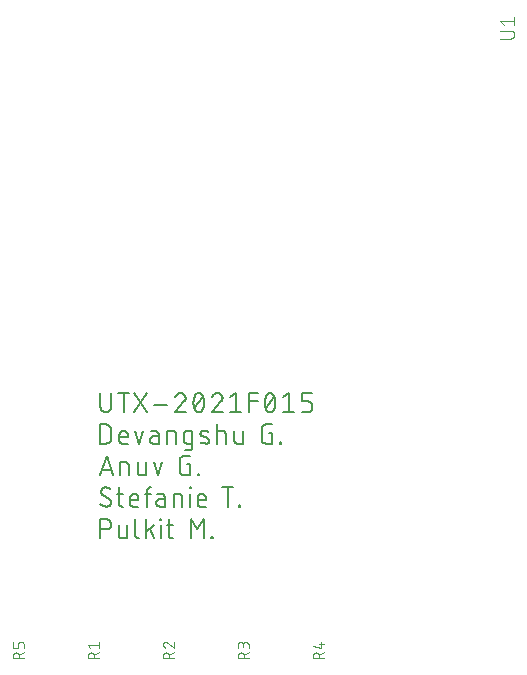
<source format=gbr>
G04 EAGLE Gerber RS-274X export*
G75*
%MOMM*%
%FSLAX34Y34*%
%LPD*%
%INSilkscreen Top*%
%IPPOS*%
%AMOC8*
5,1,8,0,0,1.08239X$1,22.5*%
G01*
%ADD10C,0.152400*%
%ADD11C,0.101600*%


D10*
X178562Y339598D02*
X178562Y327858D01*
X178564Y327725D01*
X178570Y327593D01*
X178580Y327461D01*
X178593Y327329D01*
X178611Y327197D01*
X178632Y327067D01*
X178657Y326936D01*
X178686Y326807D01*
X178719Y326679D01*
X178755Y326551D01*
X178795Y326425D01*
X178839Y326300D01*
X178887Y326176D01*
X178938Y326054D01*
X178993Y325933D01*
X179051Y325814D01*
X179113Y325696D01*
X179178Y325581D01*
X179247Y325467D01*
X179318Y325356D01*
X179394Y325247D01*
X179472Y325140D01*
X179553Y325035D01*
X179638Y324933D01*
X179725Y324833D01*
X179815Y324736D01*
X179908Y324641D01*
X180004Y324550D01*
X180102Y324461D01*
X180203Y324375D01*
X180307Y324292D01*
X180413Y324212D01*
X180521Y324136D01*
X180631Y324062D01*
X180744Y323992D01*
X180858Y323925D01*
X180975Y323862D01*
X181093Y323802D01*
X181213Y323745D01*
X181335Y323692D01*
X181458Y323643D01*
X181582Y323597D01*
X181708Y323555D01*
X181835Y323517D01*
X181963Y323482D01*
X182092Y323451D01*
X182221Y323424D01*
X182352Y323401D01*
X182483Y323381D01*
X182615Y323366D01*
X182747Y323354D01*
X182879Y323346D01*
X183012Y323342D01*
X183144Y323342D01*
X183277Y323346D01*
X183409Y323354D01*
X183541Y323366D01*
X183673Y323381D01*
X183804Y323401D01*
X183935Y323424D01*
X184064Y323451D01*
X184193Y323482D01*
X184321Y323517D01*
X184448Y323555D01*
X184574Y323597D01*
X184698Y323643D01*
X184821Y323692D01*
X184943Y323745D01*
X185063Y323802D01*
X185181Y323862D01*
X185298Y323925D01*
X185412Y323992D01*
X185525Y324062D01*
X185635Y324136D01*
X185743Y324212D01*
X185849Y324292D01*
X185953Y324375D01*
X186054Y324461D01*
X186152Y324550D01*
X186248Y324641D01*
X186341Y324736D01*
X186431Y324833D01*
X186518Y324933D01*
X186603Y325035D01*
X186684Y325140D01*
X186762Y325247D01*
X186838Y325356D01*
X186909Y325467D01*
X186978Y325581D01*
X187043Y325696D01*
X187105Y325814D01*
X187163Y325933D01*
X187218Y326054D01*
X187269Y326176D01*
X187317Y326300D01*
X187361Y326425D01*
X187401Y326551D01*
X187437Y326679D01*
X187470Y326807D01*
X187499Y326936D01*
X187524Y327067D01*
X187545Y327197D01*
X187563Y327329D01*
X187576Y327461D01*
X187586Y327593D01*
X187592Y327725D01*
X187594Y327858D01*
X187593Y327858D02*
X187593Y339598D01*
X198188Y339598D02*
X198188Y323342D01*
X193672Y339598D02*
X202703Y339598D01*
X218196Y339598D02*
X207358Y323342D01*
X218196Y323342D02*
X207358Y339598D01*
X224032Y329664D02*
X234869Y329664D01*
X246575Y339598D02*
X246700Y339596D01*
X246825Y339590D01*
X246950Y339581D01*
X247074Y339567D01*
X247198Y339550D01*
X247322Y339529D01*
X247444Y339504D01*
X247566Y339475D01*
X247687Y339443D01*
X247807Y339407D01*
X247926Y339367D01*
X248043Y339324D01*
X248159Y339277D01*
X248274Y339226D01*
X248386Y339172D01*
X248498Y339114D01*
X248607Y339054D01*
X248714Y338989D01*
X248820Y338922D01*
X248923Y338851D01*
X249024Y338777D01*
X249123Y338700D01*
X249219Y338620D01*
X249313Y338537D01*
X249404Y338452D01*
X249493Y338363D01*
X249578Y338272D01*
X249661Y338178D01*
X249741Y338082D01*
X249818Y337983D01*
X249892Y337882D01*
X249963Y337779D01*
X250030Y337673D01*
X250095Y337566D01*
X250155Y337457D01*
X250213Y337345D01*
X250267Y337233D01*
X250318Y337118D01*
X250365Y337002D01*
X250408Y336885D01*
X250448Y336766D01*
X250484Y336646D01*
X250516Y336525D01*
X250545Y336403D01*
X250570Y336281D01*
X250591Y336157D01*
X250608Y336033D01*
X250622Y335909D01*
X250631Y335784D01*
X250637Y335659D01*
X250639Y335534D01*
X246575Y339598D02*
X246432Y339596D01*
X246290Y339590D01*
X246147Y339580D01*
X246005Y339567D01*
X245864Y339549D01*
X245722Y339528D01*
X245582Y339503D01*
X245442Y339474D01*
X245303Y339441D01*
X245165Y339404D01*
X245028Y339364D01*
X244893Y339320D01*
X244758Y339272D01*
X244625Y339220D01*
X244493Y339165D01*
X244363Y339106D01*
X244235Y339044D01*
X244108Y338978D01*
X243983Y338909D01*
X243860Y338837D01*
X243740Y338761D01*
X243621Y338682D01*
X243504Y338599D01*
X243390Y338514D01*
X243278Y338425D01*
X243169Y338334D01*
X243062Y338239D01*
X242957Y338142D01*
X242856Y338041D01*
X242757Y337938D01*
X242661Y337833D01*
X242568Y337724D01*
X242478Y337613D01*
X242391Y337500D01*
X242307Y337385D01*
X242227Y337267D01*
X242149Y337147D01*
X242075Y337025D01*
X242005Y336901D01*
X241937Y336775D01*
X241874Y336647D01*
X241813Y336518D01*
X241756Y336387D01*
X241703Y336255D01*
X241654Y336121D01*
X241608Y335986D01*
X249284Y332373D02*
X249378Y332465D01*
X249468Y332559D01*
X249556Y332656D01*
X249641Y332756D01*
X249723Y332858D01*
X249802Y332963D01*
X249877Y333070D01*
X249949Y333179D01*
X250018Y333290D01*
X250084Y333404D01*
X250146Y333519D01*
X250205Y333636D01*
X250260Y333755D01*
X250311Y333875D01*
X250359Y333997D01*
X250404Y334120D01*
X250444Y334244D01*
X250481Y334370D01*
X250514Y334497D01*
X250543Y334624D01*
X250569Y334753D01*
X250590Y334882D01*
X250608Y335012D01*
X250621Y335142D01*
X250631Y335272D01*
X250637Y335403D01*
X250639Y335534D01*
X249284Y332373D02*
X241608Y323342D01*
X250639Y323342D01*
X257239Y331470D02*
X257243Y331790D01*
X257254Y332109D01*
X257273Y332429D01*
X257300Y332747D01*
X257334Y333065D01*
X257376Y333382D01*
X257426Y333698D01*
X257483Y334013D01*
X257547Y334326D01*
X257619Y334638D01*
X257698Y334948D01*
X257785Y335255D01*
X257879Y335561D01*
X257980Y335864D01*
X258089Y336165D01*
X258204Y336463D01*
X258327Y336759D01*
X258457Y337051D01*
X258594Y337340D01*
X258594Y337341D02*
X258633Y337449D01*
X258676Y337556D01*
X258722Y337661D01*
X258773Y337765D01*
X258826Y337867D01*
X258883Y337967D01*
X258944Y338065D01*
X259008Y338160D01*
X259075Y338254D01*
X259146Y338345D01*
X259219Y338434D01*
X259296Y338520D01*
X259375Y338603D01*
X259457Y338684D01*
X259542Y338762D01*
X259630Y338836D01*
X259720Y338908D01*
X259812Y338976D01*
X259907Y339042D01*
X260004Y339104D01*
X260103Y339162D01*
X260205Y339218D01*
X260307Y339269D01*
X260412Y339317D01*
X260518Y339362D01*
X260626Y339403D01*
X260735Y339440D01*
X260845Y339473D01*
X260957Y339502D01*
X261069Y339528D01*
X261182Y339550D01*
X261296Y339567D01*
X261410Y339581D01*
X261525Y339591D01*
X261640Y339597D01*
X261755Y339599D01*
X261755Y339598D02*
X261870Y339596D01*
X261985Y339590D01*
X262100Y339580D01*
X262214Y339566D01*
X262328Y339549D01*
X262441Y339527D01*
X262553Y339501D01*
X262665Y339472D01*
X262775Y339439D01*
X262884Y339402D01*
X262992Y339361D01*
X263098Y339316D01*
X263203Y339268D01*
X263305Y339217D01*
X263406Y339161D01*
X263506Y339103D01*
X263603Y339041D01*
X263697Y338976D01*
X263790Y338907D01*
X263880Y338835D01*
X263968Y338761D01*
X264053Y338683D01*
X264135Y338602D01*
X264214Y338519D01*
X264291Y338433D01*
X264364Y338344D01*
X264435Y338253D01*
X264502Y338159D01*
X264566Y338064D01*
X264627Y337966D01*
X264684Y337866D01*
X264737Y337764D01*
X264788Y337660D01*
X264834Y337555D01*
X264877Y337448D01*
X264916Y337340D01*
X264915Y337340D02*
X265052Y337051D01*
X265182Y336759D01*
X265305Y336463D01*
X265420Y336165D01*
X265529Y335864D01*
X265630Y335561D01*
X265724Y335255D01*
X265811Y334948D01*
X265890Y334638D01*
X265962Y334326D01*
X266026Y334013D01*
X266083Y333698D01*
X266133Y333382D01*
X266175Y333065D01*
X266209Y332747D01*
X266236Y332429D01*
X266255Y332109D01*
X266266Y331790D01*
X266270Y331470D01*
X257240Y331470D02*
X257244Y331150D01*
X257255Y330831D01*
X257274Y330511D01*
X257301Y330193D01*
X257335Y329875D01*
X257377Y329558D01*
X257427Y329242D01*
X257484Y328927D01*
X257548Y328614D01*
X257620Y328302D01*
X257699Y327992D01*
X257786Y327685D01*
X257880Y327379D01*
X257981Y327076D01*
X258090Y326775D01*
X258205Y326477D01*
X258328Y326181D01*
X258458Y325889D01*
X258595Y325600D01*
X258594Y325600D02*
X258633Y325492D01*
X258676Y325385D01*
X258722Y325280D01*
X258773Y325176D01*
X258826Y325074D01*
X258883Y324974D01*
X258944Y324876D01*
X259008Y324781D01*
X259075Y324687D01*
X259146Y324596D01*
X259219Y324507D01*
X259296Y324421D01*
X259375Y324338D01*
X259457Y324257D01*
X259542Y324179D01*
X259630Y324105D01*
X259720Y324033D01*
X259813Y323964D01*
X259907Y323899D01*
X260004Y323837D01*
X260104Y323779D01*
X260205Y323723D01*
X260307Y323672D01*
X260412Y323624D01*
X260518Y323579D01*
X260626Y323538D01*
X260735Y323501D01*
X260845Y323468D01*
X260957Y323439D01*
X261069Y323413D01*
X261182Y323391D01*
X261296Y323374D01*
X261410Y323360D01*
X261525Y323350D01*
X261640Y323344D01*
X261755Y323342D01*
X264915Y325600D02*
X265052Y325889D01*
X265182Y326181D01*
X265305Y326477D01*
X265420Y326775D01*
X265529Y327076D01*
X265630Y327379D01*
X265724Y327685D01*
X265811Y327992D01*
X265890Y328302D01*
X265962Y328614D01*
X266026Y328927D01*
X266083Y329242D01*
X266133Y329558D01*
X266175Y329875D01*
X266209Y330193D01*
X266236Y330511D01*
X266255Y330831D01*
X266266Y331150D01*
X266270Y331470D01*
X264916Y325600D02*
X264877Y325492D01*
X264834Y325385D01*
X264788Y325280D01*
X264737Y325176D01*
X264684Y325074D01*
X264627Y324974D01*
X264566Y324876D01*
X264502Y324781D01*
X264435Y324687D01*
X264364Y324596D01*
X264291Y324507D01*
X264214Y324421D01*
X264135Y324338D01*
X264053Y324257D01*
X263968Y324179D01*
X263880Y324105D01*
X263790Y324033D01*
X263697Y323964D01*
X263603Y323899D01*
X263506Y323837D01*
X263406Y323779D01*
X263305Y323723D01*
X263202Y323672D01*
X263098Y323624D01*
X262992Y323579D01*
X262884Y323538D01*
X262775Y323501D01*
X262665Y323468D01*
X262553Y323439D01*
X262441Y323413D01*
X262328Y323391D01*
X262214Y323374D01*
X262100Y323360D01*
X261985Y323350D01*
X261870Y323344D01*
X261755Y323342D01*
X258142Y326954D02*
X265367Y335986D01*
X277838Y339598D02*
X277963Y339596D01*
X278088Y339590D01*
X278213Y339581D01*
X278337Y339567D01*
X278461Y339550D01*
X278585Y339529D01*
X278707Y339504D01*
X278829Y339475D01*
X278950Y339443D01*
X279070Y339407D01*
X279189Y339367D01*
X279306Y339324D01*
X279422Y339277D01*
X279537Y339226D01*
X279649Y339172D01*
X279761Y339114D01*
X279870Y339054D01*
X279977Y338989D01*
X280083Y338922D01*
X280186Y338851D01*
X280287Y338777D01*
X280386Y338700D01*
X280482Y338620D01*
X280576Y338537D01*
X280667Y338452D01*
X280756Y338363D01*
X280841Y338272D01*
X280924Y338178D01*
X281004Y338082D01*
X281081Y337983D01*
X281155Y337882D01*
X281226Y337779D01*
X281293Y337673D01*
X281358Y337566D01*
X281418Y337457D01*
X281476Y337345D01*
X281530Y337233D01*
X281581Y337118D01*
X281628Y337002D01*
X281671Y336885D01*
X281711Y336766D01*
X281747Y336646D01*
X281779Y336525D01*
X281808Y336403D01*
X281833Y336281D01*
X281854Y336157D01*
X281871Y336033D01*
X281885Y335909D01*
X281894Y335784D01*
X281900Y335659D01*
X281902Y335534D01*
X277838Y339598D02*
X277695Y339596D01*
X277553Y339590D01*
X277410Y339580D01*
X277268Y339567D01*
X277127Y339549D01*
X276985Y339528D01*
X276845Y339503D01*
X276705Y339474D01*
X276566Y339441D01*
X276428Y339404D01*
X276291Y339364D01*
X276156Y339320D01*
X276021Y339272D01*
X275888Y339220D01*
X275756Y339165D01*
X275626Y339106D01*
X275498Y339044D01*
X275371Y338978D01*
X275246Y338909D01*
X275123Y338837D01*
X275003Y338761D01*
X274884Y338682D01*
X274767Y338599D01*
X274653Y338514D01*
X274541Y338425D01*
X274432Y338334D01*
X274325Y338239D01*
X274220Y338142D01*
X274119Y338041D01*
X274020Y337938D01*
X273924Y337833D01*
X273831Y337724D01*
X273741Y337613D01*
X273654Y337500D01*
X273570Y337385D01*
X273490Y337267D01*
X273412Y337147D01*
X273338Y337025D01*
X273268Y336901D01*
X273200Y336775D01*
X273137Y336647D01*
X273076Y336518D01*
X273019Y336387D01*
X272966Y336255D01*
X272917Y336121D01*
X272871Y335986D01*
X280546Y332373D02*
X280640Y332465D01*
X280730Y332559D01*
X280818Y332656D01*
X280903Y332756D01*
X280985Y332858D01*
X281064Y332963D01*
X281139Y333070D01*
X281211Y333179D01*
X281280Y333290D01*
X281346Y333404D01*
X281408Y333519D01*
X281467Y333636D01*
X281522Y333755D01*
X281573Y333875D01*
X281621Y333997D01*
X281666Y334120D01*
X281706Y334244D01*
X281743Y334370D01*
X281776Y334497D01*
X281805Y334624D01*
X281831Y334753D01*
X281852Y334882D01*
X281870Y335012D01*
X281883Y335142D01*
X281893Y335272D01*
X281899Y335403D01*
X281901Y335534D01*
X280547Y332373D02*
X272870Y323342D01*
X281902Y323342D01*
X288502Y335986D02*
X293017Y339598D01*
X293017Y323342D01*
X288502Y323342D02*
X297533Y323342D01*
X304684Y323342D02*
X304684Y339598D01*
X311909Y339598D01*
X311909Y332373D02*
X304684Y332373D01*
X317680Y331470D02*
X317684Y331790D01*
X317695Y332109D01*
X317714Y332429D01*
X317741Y332747D01*
X317775Y333065D01*
X317817Y333382D01*
X317867Y333698D01*
X317924Y334013D01*
X317988Y334326D01*
X318060Y334638D01*
X318139Y334948D01*
X318226Y335255D01*
X318320Y335561D01*
X318421Y335864D01*
X318530Y336165D01*
X318645Y336463D01*
X318768Y336759D01*
X318898Y337051D01*
X319035Y337340D01*
X319034Y337341D02*
X319073Y337449D01*
X319116Y337556D01*
X319162Y337661D01*
X319213Y337765D01*
X319266Y337867D01*
X319323Y337967D01*
X319384Y338065D01*
X319448Y338160D01*
X319515Y338254D01*
X319586Y338345D01*
X319659Y338434D01*
X319736Y338520D01*
X319815Y338603D01*
X319897Y338684D01*
X319982Y338762D01*
X320070Y338836D01*
X320160Y338908D01*
X320252Y338976D01*
X320347Y339042D01*
X320444Y339104D01*
X320543Y339162D01*
X320645Y339218D01*
X320747Y339269D01*
X320852Y339317D01*
X320958Y339362D01*
X321066Y339403D01*
X321175Y339440D01*
X321285Y339473D01*
X321397Y339502D01*
X321509Y339528D01*
X321622Y339550D01*
X321736Y339567D01*
X321850Y339581D01*
X321965Y339591D01*
X322080Y339597D01*
X322195Y339599D01*
X322195Y339598D02*
X322310Y339596D01*
X322425Y339590D01*
X322540Y339580D01*
X322654Y339566D01*
X322768Y339549D01*
X322881Y339527D01*
X322993Y339501D01*
X323105Y339472D01*
X323215Y339439D01*
X323324Y339402D01*
X323432Y339361D01*
X323538Y339316D01*
X323643Y339268D01*
X323745Y339217D01*
X323846Y339161D01*
X323946Y339103D01*
X324043Y339041D01*
X324137Y338976D01*
X324230Y338907D01*
X324320Y338835D01*
X324408Y338761D01*
X324493Y338683D01*
X324575Y338602D01*
X324654Y338519D01*
X324731Y338433D01*
X324804Y338344D01*
X324875Y338253D01*
X324942Y338159D01*
X325006Y338064D01*
X325067Y337966D01*
X325124Y337866D01*
X325177Y337764D01*
X325228Y337660D01*
X325274Y337555D01*
X325317Y337448D01*
X325356Y337340D01*
X325493Y337051D01*
X325623Y336759D01*
X325746Y336463D01*
X325861Y336165D01*
X325970Y335864D01*
X326071Y335561D01*
X326165Y335255D01*
X326252Y334948D01*
X326331Y334638D01*
X326403Y334326D01*
X326467Y334013D01*
X326524Y333698D01*
X326574Y333382D01*
X326616Y333065D01*
X326650Y332747D01*
X326677Y332429D01*
X326696Y332109D01*
X326707Y331790D01*
X326711Y331470D01*
X317680Y331470D02*
X317684Y331150D01*
X317695Y330831D01*
X317714Y330511D01*
X317741Y330193D01*
X317775Y329875D01*
X317817Y329558D01*
X317867Y329242D01*
X317924Y328927D01*
X317988Y328614D01*
X318060Y328302D01*
X318139Y327992D01*
X318226Y327685D01*
X318320Y327379D01*
X318421Y327076D01*
X318530Y326775D01*
X318645Y326477D01*
X318768Y326181D01*
X318898Y325889D01*
X319035Y325600D01*
X319034Y325600D02*
X319073Y325492D01*
X319116Y325385D01*
X319162Y325280D01*
X319213Y325176D01*
X319266Y325074D01*
X319323Y324974D01*
X319384Y324876D01*
X319448Y324781D01*
X319515Y324687D01*
X319586Y324596D01*
X319659Y324507D01*
X319736Y324421D01*
X319815Y324338D01*
X319897Y324257D01*
X319982Y324179D01*
X320070Y324105D01*
X320160Y324033D01*
X320253Y323964D01*
X320347Y323899D01*
X320444Y323837D01*
X320544Y323779D01*
X320645Y323723D01*
X320747Y323672D01*
X320852Y323624D01*
X320958Y323579D01*
X321066Y323538D01*
X321175Y323501D01*
X321285Y323468D01*
X321397Y323439D01*
X321509Y323413D01*
X321622Y323391D01*
X321736Y323374D01*
X321850Y323360D01*
X321965Y323350D01*
X322080Y323344D01*
X322195Y323342D01*
X325356Y325600D02*
X325493Y325889D01*
X325623Y326181D01*
X325746Y326477D01*
X325861Y326775D01*
X325970Y327076D01*
X326071Y327379D01*
X326165Y327685D01*
X326252Y327992D01*
X326331Y328302D01*
X326403Y328614D01*
X326467Y328927D01*
X326524Y329242D01*
X326574Y329558D01*
X326616Y329875D01*
X326650Y330193D01*
X326677Y330511D01*
X326696Y330831D01*
X326707Y331150D01*
X326711Y331470D01*
X325356Y325600D02*
X325317Y325492D01*
X325274Y325385D01*
X325228Y325280D01*
X325177Y325176D01*
X325124Y325074D01*
X325067Y324974D01*
X325006Y324876D01*
X324942Y324781D01*
X324875Y324687D01*
X324804Y324596D01*
X324731Y324507D01*
X324654Y324421D01*
X324575Y324338D01*
X324493Y324257D01*
X324408Y324179D01*
X324320Y324105D01*
X324230Y324033D01*
X324137Y323964D01*
X324043Y323899D01*
X323946Y323837D01*
X323846Y323779D01*
X323745Y323723D01*
X323642Y323672D01*
X323538Y323624D01*
X323432Y323579D01*
X323324Y323538D01*
X323215Y323501D01*
X323105Y323468D01*
X322993Y323439D01*
X322881Y323413D01*
X322768Y323391D01*
X322654Y323374D01*
X322540Y323360D01*
X322425Y323350D01*
X322310Y323344D01*
X322195Y323342D01*
X318583Y326954D02*
X325808Y335986D01*
X333311Y335986D02*
X337827Y339598D01*
X337827Y323342D01*
X342342Y323342D02*
X333311Y323342D01*
X348942Y323342D02*
X354361Y323342D01*
X354479Y323344D01*
X354597Y323350D01*
X354715Y323359D01*
X354832Y323373D01*
X354949Y323390D01*
X355066Y323411D01*
X355181Y323436D01*
X355296Y323465D01*
X355410Y323498D01*
X355522Y323534D01*
X355633Y323574D01*
X355743Y323617D01*
X355852Y323664D01*
X355959Y323714D01*
X356064Y323769D01*
X356167Y323826D01*
X356268Y323887D01*
X356368Y323951D01*
X356465Y324018D01*
X356560Y324088D01*
X356652Y324162D01*
X356743Y324238D01*
X356830Y324318D01*
X356915Y324400D01*
X356997Y324485D01*
X357077Y324572D01*
X357153Y324663D01*
X357227Y324755D01*
X357297Y324850D01*
X357364Y324947D01*
X357428Y325047D01*
X357489Y325148D01*
X357546Y325251D01*
X357601Y325356D01*
X357651Y325463D01*
X357698Y325572D01*
X357741Y325682D01*
X357781Y325793D01*
X357817Y325905D01*
X357850Y326019D01*
X357879Y326134D01*
X357904Y326249D01*
X357925Y326366D01*
X357942Y326483D01*
X357956Y326600D01*
X357965Y326718D01*
X357971Y326836D01*
X357973Y326954D01*
X357973Y328761D01*
X357971Y328879D01*
X357965Y328997D01*
X357956Y329115D01*
X357942Y329232D01*
X357925Y329349D01*
X357904Y329466D01*
X357879Y329581D01*
X357850Y329696D01*
X357817Y329810D01*
X357781Y329922D01*
X357741Y330033D01*
X357698Y330143D01*
X357651Y330252D01*
X357601Y330359D01*
X357546Y330464D01*
X357489Y330567D01*
X357428Y330668D01*
X357364Y330768D01*
X357297Y330865D01*
X357227Y330960D01*
X357153Y331052D01*
X357077Y331143D01*
X356997Y331230D01*
X356915Y331315D01*
X356830Y331397D01*
X356743Y331477D01*
X356652Y331553D01*
X356560Y331627D01*
X356465Y331697D01*
X356368Y331764D01*
X356268Y331828D01*
X356167Y331889D01*
X356064Y331946D01*
X355959Y332001D01*
X355852Y332051D01*
X355743Y332098D01*
X355633Y332141D01*
X355522Y332181D01*
X355410Y332217D01*
X355296Y332250D01*
X355181Y332279D01*
X355066Y332304D01*
X354949Y332325D01*
X354832Y332342D01*
X354715Y332356D01*
X354597Y332365D01*
X354479Y332371D01*
X354361Y332373D01*
X348942Y332373D01*
X348942Y339598D01*
X357973Y339598D01*
X178562Y312928D02*
X178562Y296672D01*
X178562Y312928D02*
X183078Y312928D01*
X183209Y312926D01*
X183341Y312920D01*
X183472Y312911D01*
X183602Y312897D01*
X183733Y312880D01*
X183862Y312859D01*
X183991Y312835D01*
X184119Y312806D01*
X184247Y312774D01*
X184373Y312738D01*
X184498Y312699D01*
X184623Y312656D01*
X184745Y312609D01*
X184867Y312559D01*
X184987Y312505D01*
X185105Y312448D01*
X185221Y312387D01*
X185336Y312323D01*
X185449Y312256D01*
X185560Y312185D01*
X185668Y312111D01*
X185775Y312034D01*
X185879Y311954D01*
X185981Y311871D01*
X186080Y311786D01*
X186177Y311697D01*
X186271Y311605D01*
X186363Y311511D01*
X186452Y311414D01*
X186537Y311315D01*
X186620Y311213D01*
X186700Y311109D01*
X186777Y311002D01*
X186851Y310894D01*
X186922Y310783D01*
X186989Y310670D01*
X187053Y310555D01*
X187114Y310439D01*
X187171Y310321D01*
X187225Y310201D01*
X187275Y310079D01*
X187322Y309957D01*
X187365Y309832D01*
X187404Y309707D01*
X187440Y309581D01*
X187472Y309453D01*
X187501Y309325D01*
X187525Y309196D01*
X187546Y309067D01*
X187563Y308936D01*
X187577Y308806D01*
X187586Y308675D01*
X187592Y308543D01*
X187594Y308412D01*
X187593Y308412D02*
X187593Y301188D01*
X187594Y301188D02*
X187592Y301057D01*
X187586Y300925D01*
X187577Y300794D01*
X187563Y300664D01*
X187546Y300533D01*
X187525Y300404D01*
X187501Y300275D01*
X187472Y300147D01*
X187440Y300019D01*
X187404Y299893D01*
X187365Y299768D01*
X187322Y299643D01*
X187275Y299521D01*
X187225Y299399D01*
X187171Y299279D01*
X187114Y299161D01*
X187053Y299045D01*
X186989Y298930D01*
X186922Y298817D01*
X186851Y298706D01*
X186777Y298598D01*
X186700Y298491D01*
X186620Y298387D01*
X186537Y298285D01*
X186452Y298186D01*
X186363Y298089D01*
X186271Y297995D01*
X186177Y297903D01*
X186080Y297814D01*
X185981Y297729D01*
X185879Y297646D01*
X185775Y297566D01*
X185668Y297489D01*
X185560Y297415D01*
X185449Y297344D01*
X185336Y297277D01*
X185221Y297213D01*
X185105Y297152D01*
X184987Y297095D01*
X184867Y297041D01*
X184745Y296991D01*
X184623Y296944D01*
X184498Y296901D01*
X184373Y296862D01*
X184247Y296826D01*
X184119Y296794D01*
X183991Y296765D01*
X183862Y296741D01*
X183732Y296720D01*
X183602Y296703D01*
X183472Y296689D01*
X183341Y296680D01*
X183209Y296674D01*
X183078Y296672D01*
X178562Y296672D01*
X197285Y296672D02*
X201800Y296672D01*
X197285Y296672D02*
X197184Y296674D01*
X197083Y296680D01*
X196982Y296689D01*
X196881Y296702D01*
X196781Y296719D01*
X196682Y296740D01*
X196584Y296764D01*
X196487Y296792D01*
X196390Y296824D01*
X196295Y296859D01*
X196202Y296898D01*
X196110Y296940D01*
X196019Y296986D01*
X195931Y297035D01*
X195844Y297087D01*
X195759Y297143D01*
X195676Y297201D01*
X195596Y297263D01*
X195518Y297328D01*
X195442Y297395D01*
X195369Y297465D01*
X195299Y297538D01*
X195232Y297614D01*
X195167Y297692D01*
X195105Y297772D01*
X195047Y297855D01*
X194991Y297940D01*
X194939Y298027D01*
X194890Y298115D01*
X194844Y298206D01*
X194802Y298298D01*
X194763Y298391D01*
X194728Y298486D01*
X194696Y298583D01*
X194668Y298680D01*
X194644Y298778D01*
X194623Y298877D01*
X194606Y298977D01*
X194593Y299078D01*
X194584Y299179D01*
X194578Y299280D01*
X194576Y299381D01*
X194575Y299381D02*
X194575Y303897D01*
X194576Y303897D02*
X194578Y304016D01*
X194584Y304136D01*
X194594Y304255D01*
X194608Y304373D01*
X194625Y304492D01*
X194647Y304609D01*
X194672Y304726D01*
X194702Y304841D01*
X194735Y304956D01*
X194772Y305070D01*
X194812Y305182D01*
X194857Y305293D01*
X194905Y305402D01*
X194956Y305510D01*
X195011Y305616D01*
X195070Y305720D01*
X195132Y305822D01*
X195197Y305922D01*
X195266Y306020D01*
X195338Y306116D01*
X195413Y306209D01*
X195490Y306299D01*
X195571Y306387D01*
X195655Y306472D01*
X195742Y306554D01*
X195831Y306634D01*
X195923Y306710D01*
X196017Y306784D01*
X196114Y306854D01*
X196212Y306921D01*
X196313Y306985D01*
X196417Y307045D01*
X196522Y307102D01*
X196629Y307155D01*
X196737Y307205D01*
X196847Y307251D01*
X196959Y307293D01*
X197072Y307332D01*
X197186Y307367D01*
X197301Y307398D01*
X197418Y307426D01*
X197535Y307449D01*
X197652Y307469D01*
X197771Y307485D01*
X197890Y307497D01*
X198009Y307505D01*
X198128Y307509D01*
X198248Y307509D01*
X198367Y307505D01*
X198486Y307497D01*
X198605Y307485D01*
X198724Y307469D01*
X198841Y307449D01*
X198958Y307426D01*
X199075Y307398D01*
X199190Y307367D01*
X199304Y307332D01*
X199417Y307293D01*
X199529Y307251D01*
X199639Y307205D01*
X199747Y307155D01*
X199854Y307102D01*
X199959Y307045D01*
X200063Y306985D01*
X200164Y306921D01*
X200262Y306854D01*
X200359Y306784D01*
X200453Y306710D01*
X200545Y306634D01*
X200634Y306554D01*
X200721Y306472D01*
X200805Y306387D01*
X200886Y306299D01*
X200963Y306209D01*
X201038Y306116D01*
X201110Y306020D01*
X201179Y305922D01*
X201244Y305822D01*
X201306Y305720D01*
X201365Y305616D01*
X201420Y305510D01*
X201471Y305402D01*
X201519Y305293D01*
X201564Y305182D01*
X201604Y305070D01*
X201641Y304956D01*
X201674Y304841D01*
X201704Y304726D01*
X201729Y304609D01*
X201751Y304492D01*
X201768Y304373D01*
X201782Y304255D01*
X201792Y304136D01*
X201798Y304016D01*
X201800Y303897D01*
X201800Y302091D01*
X194575Y302091D01*
X207601Y307509D02*
X211214Y296672D01*
X214826Y307509D01*
X223715Y302994D02*
X227779Y302994D01*
X223715Y302994D02*
X223603Y302992D01*
X223492Y302986D01*
X223381Y302976D01*
X223270Y302963D01*
X223160Y302945D01*
X223051Y302923D01*
X222942Y302898D01*
X222834Y302869D01*
X222728Y302836D01*
X222622Y302799D01*
X222518Y302759D01*
X222416Y302715D01*
X222315Y302667D01*
X222216Y302616D01*
X222118Y302561D01*
X222023Y302503D01*
X221930Y302442D01*
X221839Y302377D01*
X221750Y302309D01*
X221664Y302238D01*
X221581Y302165D01*
X221500Y302088D01*
X221421Y302008D01*
X221346Y301926D01*
X221274Y301841D01*
X221204Y301754D01*
X221138Y301664D01*
X221075Y301572D01*
X221015Y301477D01*
X220959Y301381D01*
X220906Y301283D01*
X220857Y301183D01*
X220811Y301081D01*
X220769Y300978D01*
X220730Y300873D01*
X220695Y300767D01*
X220664Y300660D01*
X220637Y300552D01*
X220613Y300443D01*
X220594Y300333D01*
X220578Y300223D01*
X220566Y300112D01*
X220558Y300000D01*
X220554Y299889D01*
X220554Y299777D01*
X220558Y299666D01*
X220566Y299554D01*
X220578Y299443D01*
X220594Y299333D01*
X220613Y299223D01*
X220637Y299114D01*
X220664Y299006D01*
X220695Y298899D01*
X220730Y298793D01*
X220769Y298688D01*
X220811Y298585D01*
X220857Y298483D01*
X220906Y298383D01*
X220959Y298285D01*
X221015Y298189D01*
X221075Y298094D01*
X221138Y298002D01*
X221204Y297912D01*
X221274Y297825D01*
X221346Y297740D01*
X221421Y297658D01*
X221500Y297578D01*
X221581Y297501D01*
X221664Y297428D01*
X221750Y297357D01*
X221839Y297289D01*
X221930Y297224D01*
X222023Y297163D01*
X222118Y297105D01*
X222216Y297050D01*
X222315Y296999D01*
X222416Y296951D01*
X222518Y296907D01*
X222622Y296867D01*
X222728Y296830D01*
X222834Y296797D01*
X222942Y296768D01*
X223051Y296743D01*
X223160Y296721D01*
X223270Y296703D01*
X223381Y296690D01*
X223492Y296680D01*
X223603Y296674D01*
X223715Y296672D01*
X227779Y296672D01*
X227779Y304800D01*
X227777Y304901D01*
X227771Y305002D01*
X227762Y305103D01*
X227749Y305204D01*
X227732Y305304D01*
X227711Y305403D01*
X227687Y305501D01*
X227659Y305598D01*
X227627Y305695D01*
X227592Y305790D01*
X227553Y305883D01*
X227511Y305975D01*
X227465Y306066D01*
X227416Y306155D01*
X227364Y306241D01*
X227308Y306326D01*
X227250Y306409D01*
X227188Y306489D01*
X227123Y306567D01*
X227056Y306643D01*
X226986Y306716D01*
X226913Y306786D01*
X226837Y306853D01*
X226759Y306918D01*
X226679Y306980D01*
X226596Y307038D01*
X226511Y307094D01*
X226425Y307146D01*
X226336Y307195D01*
X226245Y307241D01*
X226153Y307283D01*
X226060Y307322D01*
X225965Y307357D01*
X225868Y307389D01*
X225771Y307417D01*
X225673Y307441D01*
X225574Y307462D01*
X225474Y307479D01*
X225373Y307492D01*
X225272Y307501D01*
X225171Y307507D01*
X225070Y307509D01*
X221457Y307509D01*
X235216Y307509D02*
X235216Y296672D01*
X235216Y307509D02*
X239732Y307509D01*
X239836Y307507D01*
X239939Y307501D01*
X240043Y307491D01*
X240146Y307477D01*
X240248Y307459D01*
X240349Y307438D01*
X240450Y307412D01*
X240549Y307383D01*
X240648Y307350D01*
X240745Y307313D01*
X240840Y307272D01*
X240934Y307228D01*
X241026Y307180D01*
X241116Y307129D01*
X241205Y307074D01*
X241291Y307016D01*
X241374Y306954D01*
X241456Y306890D01*
X241534Y306822D01*
X241610Y306752D01*
X241684Y306679D01*
X241754Y306602D01*
X241822Y306524D01*
X241886Y306442D01*
X241948Y306359D01*
X242006Y306273D01*
X242061Y306184D01*
X242112Y306094D01*
X242160Y306002D01*
X242204Y305908D01*
X242245Y305813D01*
X242282Y305716D01*
X242315Y305617D01*
X242344Y305518D01*
X242370Y305417D01*
X242391Y305316D01*
X242409Y305214D01*
X242423Y305111D01*
X242433Y305007D01*
X242439Y304904D01*
X242441Y304800D01*
X242441Y296672D01*
X251921Y296672D02*
X256436Y296672D01*
X251921Y296672D02*
X251820Y296674D01*
X251719Y296680D01*
X251618Y296689D01*
X251517Y296702D01*
X251417Y296719D01*
X251318Y296740D01*
X251220Y296764D01*
X251123Y296792D01*
X251026Y296824D01*
X250931Y296859D01*
X250838Y296898D01*
X250746Y296940D01*
X250655Y296986D01*
X250567Y297035D01*
X250480Y297087D01*
X250395Y297143D01*
X250312Y297201D01*
X250232Y297263D01*
X250154Y297328D01*
X250078Y297395D01*
X250005Y297465D01*
X249935Y297538D01*
X249868Y297614D01*
X249803Y297692D01*
X249741Y297772D01*
X249683Y297855D01*
X249627Y297940D01*
X249575Y298027D01*
X249526Y298115D01*
X249480Y298206D01*
X249438Y298298D01*
X249399Y298391D01*
X249364Y298486D01*
X249332Y298583D01*
X249304Y298680D01*
X249280Y298778D01*
X249259Y298877D01*
X249242Y298977D01*
X249229Y299078D01*
X249220Y299179D01*
X249214Y299280D01*
X249212Y299381D01*
X249211Y299381D02*
X249211Y304800D01*
X249212Y304800D02*
X249214Y304901D01*
X249220Y305002D01*
X249229Y305103D01*
X249242Y305204D01*
X249259Y305304D01*
X249280Y305403D01*
X249304Y305501D01*
X249332Y305598D01*
X249364Y305695D01*
X249399Y305790D01*
X249438Y305883D01*
X249480Y305975D01*
X249526Y306066D01*
X249575Y306155D01*
X249627Y306241D01*
X249683Y306326D01*
X249741Y306409D01*
X249803Y306489D01*
X249868Y306567D01*
X249935Y306643D01*
X250005Y306716D01*
X250078Y306786D01*
X250154Y306853D01*
X250232Y306918D01*
X250312Y306980D01*
X250395Y307038D01*
X250480Y307094D01*
X250567Y307146D01*
X250655Y307195D01*
X250746Y307241D01*
X250838Y307283D01*
X250931Y307322D01*
X251026Y307357D01*
X251123Y307389D01*
X251220Y307417D01*
X251318Y307441D01*
X251417Y307462D01*
X251517Y307479D01*
X251618Y307492D01*
X251719Y307501D01*
X251820Y307507D01*
X251921Y307509D01*
X256436Y307509D01*
X256436Y293963D01*
X256434Y293859D01*
X256428Y293756D01*
X256418Y293652D01*
X256404Y293549D01*
X256386Y293447D01*
X256365Y293346D01*
X256339Y293245D01*
X256310Y293146D01*
X256277Y293047D01*
X256240Y292950D01*
X256199Y292855D01*
X256155Y292761D01*
X256107Y292669D01*
X256056Y292579D01*
X256001Y292490D01*
X255943Y292404D01*
X255881Y292321D01*
X255817Y292239D01*
X255749Y292161D01*
X255679Y292085D01*
X255606Y292011D01*
X255529Y291941D01*
X255451Y291873D01*
X255369Y291809D01*
X255286Y291747D01*
X255200Y291689D01*
X255111Y291634D01*
X255021Y291583D01*
X254929Y291535D01*
X254835Y291491D01*
X254740Y291450D01*
X254643Y291413D01*
X254544Y291380D01*
X254445Y291351D01*
X254344Y291325D01*
X254243Y291304D01*
X254141Y291286D01*
X254038Y291272D01*
X253934Y291262D01*
X253831Y291256D01*
X253727Y291254D01*
X253727Y291253D02*
X250114Y291253D01*
X264707Y302994D02*
X269223Y301188D01*
X264707Y302994D02*
X264619Y303031D01*
X264533Y303072D01*
X264448Y303116D01*
X264365Y303164D01*
X264285Y303215D01*
X264206Y303269D01*
X264130Y303327D01*
X264056Y303387D01*
X263984Y303451D01*
X263916Y303517D01*
X263850Y303587D01*
X263787Y303658D01*
X263726Y303733D01*
X263669Y303809D01*
X263616Y303888D01*
X263565Y303969D01*
X263518Y304052D01*
X263474Y304137D01*
X263434Y304224D01*
X263397Y304312D01*
X263364Y304402D01*
X263334Y304493D01*
X263309Y304585D01*
X263287Y304678D01*
X263269Y304772D01*
X263254Y304866D01*
X263244Y304961D01*
X263238Y305057D01*
X263235Y305152D01*
X263236Y305248D01*
X263242Y305343D01*
X263251Y305439D01*
X263264Y305533D01*
X263280Y305627D01*
X263301Y305721D01*
X263326Y305813D01*
X263354Y305904D01*
X263386Y305994D01*
X263421Y306083D01*
X263460Y306170D01*
X263503Y306256D01*
X263549Y306340D01*
X263599Y306421D01*
X263651Y306501D01*
X263707Y306579D01*
X263767Y306654D01*
X263829Y306726D01*
X263894Y306796D01*
X263962Y306864D01*
X264032Y306928D01*
X264105Y306990D01*
X264181Y307048D01*
X264259Y307104D01*
X264339Y307156D01*
X264421Y307205D01*
X264505Y307250D01*
X264591Y307292D01*
X264678Y307331D01*
X264767Y307366D01*
X264858Y307397D01*
X264949Y307424D01*
X265042Y307448D01*
X265135Y307468D01*
X265229Y307484D01*
X265324Y307496D01*
X265419Y307505D01*
X265515Y307509D01*
X265610Y307510D01*
X265857Y307503D01*
X266103Y307491D01*
X266349Y307473D01*
X266595Y307448D01*
X266839Y307418D01*
X267083Y307382D01*
X267326Y307341D01*
X267568Y307293D01*
X267809Y307239D01*
X268048Y307180D01*
X268286Y307115D01*
X268522Y307044D01*
X268757Y306968D01*
X268990Y306886D01*
X269220Y306798D01*
X269448Y306705D01*
X269675Y306607D01*
X269223Y301187D02*
X269311Y301150D01*
X269397Y301109D01*
X269482Y301065D01*
X269565Y301017D01*
X269645Y300966D01*
X269724Y300912D01*
X269800Y300854D01*
X269874Y300794D01*
X269946Y300730D01*
X270014Y300664D01*
X270080Y300594D01*
X270143Y300523D01*
X270204Y300448D01*
X270261Y300372D01*
X270314Y300293D01*
X270365Y300212D01*
X270412Y300129D01*
X270456Y300044D01*
X270496Y299957D01*
X270533Y299869D01*
X270566Y299779D01*
X270596Y299688D01*
X270621Y299596D01*
X270643Y299503D01*
X270661Y299409D01*
X270676Y299315D01*
X270686Y299220D01*
X270692Y299124D01*
X270695Y299029D01*
X270694Y298933D01*
X270688Y298838D01*
X270679Y298742D01*
X270666Y298648D01*
X270650Y298554D01*
X270629Y298460D01*
X270604Y298368D01*
X270576Y298277D01*
X270544Y298187D01*
X270509Y298098D01*
X270470Y298011D01*
X270427Y297925D01*
X270381Y297841D01*
X270331Y297760D01*
X270279Y297680D01*
X270223Y297602D01*
X270163Y297527D01*
X270101Y297455D01*
X270036Y297385D01*
X269968Y297317D01*
X269898Y297253D01*
X269825Y297191D01*
X269749Y297133D01*
X269671Y297077D01*
X269591Y297025D01*
X269509Y296976D01*
X269425Y296931D01*
X269339Y296889D01*
X269252Y296850D01*
X269163Y296815D01*
X269072Y296784D01*
X268981Y296757D01*
X268888Y296733D01*
X268795Y296713D01*
X268701Y296697D01*
X268606Y296685D01*
X268511Y296676D01*
X268415Y296672D01*
X268320Y296671D01*
X268319Y296672D02*
X267957Y296681D01*
X267595Y296699D01*
X267234Y296726D01*
X266874Y296761D01*
X266514Y296804D01*
X266155Y296856D01*
X265798Y296917D01*
X265443Y296986D01*
X265089Y297063D01*
X264737Y297149D01*
X264387Y297243D01*
X264039Y297346D01*
X263694Y297456D01*
X263352Y297575D01*
X277421Y296672D02*
X277421Y312928D01*
X277421Y307509D02*
X281936Y307509D01*
X282040Y307507D01*
X282143Y307501D01*
X282247Y307491D01*
X282350Y307477D01*
X282452Y307459D01*
X282553Y307438D01*
X282654Y307412D01*
X282753Y307383D01*
X282852Y307350D01*
X282949Y307313D01*
X283044Y307272D01*
X283138Y307228D01*
X283230Y307180D01*
X283320Y307129D01*
X283409Y307074D01*
X283495Y307016D01*
X283578Y306954D01*
X283660Y306890D01*
X283738Y306822D01*
X283814Y306752D01*
X283888Y306679D01*
X283958Y306602D01*
X284026Y306524D01*
X284090Y306442D01*
X284152Y306359D01*
X284210Y306273D01*
X284265Y306184D01*
X284316Y306094D01*
X284364Y306002D01*
X284408Y305908D01*
X284449Y305813D01*
X284486Y305716D01*
X284519Y305617D01*
X284548Y305518D01*
X284574Y305417D01*
X284595Y305316D01*
X284613Y305214D01*
X284627Y305111D01*
X284637Y305007D01*
X284643Y304904D01*
X284645Y304800D01*
X284646Y304800D02*
X284646Y296672D01*
X292010Y299381D02*
X292010Y307509D01*
X292010Y299381D02*
X292012Y299280D01*
X292018Y299179D01*
X292027Y299078D01*
X292040Y298977D01*
X292057Y298877D01*
X292078Y298778D01*
X292102Y298680D01*
X292130Y298583D01*
X292162Y298486D01*
X292197Y298391D01*
X292236Y298298D01*
X292278Y298206D01*
X292324Y298115D01*
X292373Y298027D01*
X292425Y297940D01*
X292481Y297855D01*
X292539Y297772D01*
X292601Y297692D01*
X292666Y297614D01*
X292733Y297538D01*
X292803Y297465D01*
X292876Y297395D01*
X292952Y297328D01*
X293030Y297263D01*
X293110Y297201D01*
X293193Y297143D01*
X293278Y297087D01*
X293365Y297035D01*
X293453Y296986D01*
X293544Y296940D01*
X293636Y296898D01*
X293729Y296859D01*
X293824Y296824D01*
X293921Y296792D01*
X294018Y296764D01*
X294116Y296740D01*
X294215Y296719D01*
X294315Y296702D01*
X294416Y296689D01*
X294517Y296680D01*
X294618Y296674D01*
X294719Y296672D01*
X299235Y296672D01*
X299235Y307509D01*
X321396Y305703D02*
X324106Y305703D01*
X324106Y296672D01*
X318687Y296672D01*
X318569Y296674D01*
X318451Y296680D01*
X318333Y296689D01*
X318216Y296703D01*
X318099Y296720D01*
X317982Y296741D01*
X317867Y296766D01*
X317752Y296795D01*
X317638Y296828D01*
X317526Y296864D01*
X317415Y296904D01*
X317305Y296947D01*
X317196Y296994D01*
X317089Y297044D01*
X316984Y297099D01*
X316881Y297156D01*
X316780Y297217D01*
X316680Y297281D01*
X316583Y297348D01*
X316488Y297418D01*
X316396Y297492D01*
X316305Y297568D01*
X316218Y297648D01*
X316133Y297730D01*
X316051Y297815D01*
X315971Y297902D01*
X315895Y297993D01*
X315821Y298085D01*
X315751Y298180D01*
X315684Y298277D01*
X315620Y298377D01*
X315559Y298478D01*
X315502Y298581D01*
X315447Y298686D01*
X315397Y298793D01*
X315350Y298902D01*
X315307Y299012D01*
X315267Y299123D01*
X315231Y299235D01*
X315198Y299349D01*
X315169Y299464D01*
X315144Y299579D01*
X315123Y299696D01*
X315106Y299813D01*
X315092Y299930D01*
X315083Y300048D01*
X315077Y300166D01*
X315075Y300284D01*
X315075Y309316D01*
X315077Y309434D01*
X315083Y309552D01*
X315092Y309670D01*
X315106Y309787D01*
X315123Y309904D01*
X315144Y310021D01*
X315169Y310136D01*
X315198Y310251D01*
X315231Y310365D01*
X315267Y310477D01*
X315307Y310588D01*
X315350Y310698D01*
X315397Y310807D01*
X315447Y310914D01*
X315501Y311019D01*
X315559Y311122D01*
X315620Y311223D01*
X315684Y311323D01*
X315751Y311420D01*
X315821Y311515D01*
X315895Y311607D01*
X315971Y311698D01*
X316051Y311785D01*
X316133Y311870D01*
X316218Y311952D01*
X316305Y312032D01*
X316396Y312108D01*
X316488Y312182D01*
X316583Y312252D01*
X316680Y312319D01*
X316780Y312383D01*
X316881Y312444D01*
X316984Y312501D01*
X317089Y312555D01*
X317196Y312606D01*
X317305Y312653D01*
X317415Y312696D01*
X317526Y312736D01*
X317638Y312772D01*
X317752Y312805D01*
X317867Y312834D01*
X317982Y312859D01*
X318099Y312880D01*
X318216Y312897D01*
X318333Y312911D01*
X318451Y312920D01*
X318569Y312926D01*
X318687Y312928D01*
X324106Y312928D01*
X330602Y297575D02*
X330602Y296672D01*
X330602Y297575D02*
X331505Y297575D01*
X331505Y296672D01*
X330602Y296672D01*
X183981Y286258D02*
X178562Y270002D01*
X189399Y270002D02*
X183981Y286258D01*
X188045Y274066D02*
X179917Y274066D01*
X195478Y270002D02*
X195478Y280839D01*
X199994Y280839D01*
X200098Y280837D01*
X200201Y280831D01*
X200305Y280821D01*
X200408Y280807D01*
X200510Y280789D01*
X200611Y280768D01*
X200712Y280742D01*
X200811Y280713D01*
X200910Y280680D01*
X201007Y280643D01*
X201102Y280602D01*
X201196Y280558D01*
X201288Y280510D01*
X201378Y280459D01*
X201467Y280404D01*
X201553Y280346D01*
X201636Y280284D01*
X201718Y280220D01*
X201796Y280152D01*
X201872Y280082D01*
X201946Y280009D01*
X202016Y279932D01*
X202084Y279854D01*
X202148Y279772D01*
X202210Y279689D01*
X202268Y279603D01*
X202323Y279514D01*
X202374Y279424D01*
X202422Y279332D01*
X202466Y279238D01*
X202507Y279143D01*
X202544Y279046D01*
X202577Y278947D01*
X202606Y278848D01*
X202632Y278747D01*
X202653Y278646D01*
X202671Y278544D01*
X202685Y278441D01*
X202695Y278337D01*
X202701Y278234D01*
X202703Y278130D01*
X202703Y270002D01*
X210068Y272711D02*
X210068Y280839D01*
X210068Y272711D02*
X210070Y272610D01*
X210076Y272509D01*
X210085Y272408D01*
X210098Y272307D01*
X210115Y272207D01*
X210136Y272108D01*
X210160Y272010D01*
X210188Y271913D01*
X210220Y271816D01*
X210255Y271721D01*
X210294Y271628D01*
X210336Y271536D01*
X210382Y271445D01*
X210431Y271357D01*
X210483Y271270D01*
X210539Y271185D01*
X210597Y271102D01*
X210659Y271022D01*
X210724Y270944D01*
X210791Y270868D01*
X210861Y270795D01*
X210934Y270725D01*
X211010Y270658D01*
X211088Y270593D01*
X211168Y270531D01*
X211251Y270473D01*
X211336Y270417D01*
X211423Y270365D01*
X211511Y270316D01*
X211602Y270270D01*
X211694Y270228D01*
X211787Y270189D01*
X211882Y270154D01*
X211979Y270122D01*
X212076Y270094D01*
X212174Y270070D01*
X212273Y270049D01*
X212373Y270032D01*
X212474Y270019D01*
X212575Y270010D01*
X212676Y270004D01*
X212777Y270002D01*
X217292Y270002D01*
X217292Y280839D01*
X223615Y280839D02*
X227227Y270002D01*
X230839Y280839D01*
X251959Y279033D02*
X254668Y279033D01*
X254668Y270002D01*
X249250Y270002D01*
X249132Y270004D01*
X249014Y270010D01*
X248896Y270019D01*
X248779Y270033D01*
X248662Y270050D01*
X248545Y270071D01*
X248430Y270096D01*
X248315Y270125D01*
X248201Y270158D01*
X248089Y270194D01*
X247978Y270234D01*
X247868Y270277D01*
X247759Y270324D01*
X247652Y270374D01*
X247547Y270429D01*
X247444Y270486D01*
X247343Y270547D01*
X247243Y270611D01*
X247146Y270678D01*
X247051Y270748D01*
X246959Y270822D01*
X246868Y270898D01*
X246781Y270978D01*
X246696Y271060D01*
X246614Y271145D01*
X246534Y271232D01*
X246458Y271323D01*
X246384Y271415D01*
X246314Y271510D01*
X246247Y271607D01*
X246183Y271707D01*
X246122Y271808D01*
X246065Y271911D01*
X246010Y272016D01*
X245960Y272123D01*
X245913Y272232D01*
X245870Y272342D01*
X245830Y272453D01*
X245794Y272565D01*
X245761Y272679D01*
X245732Y272794D01*
X245707Y272909D01*
X245686Y273026D01*
X245669Y273143D01*
X245655Y273260D01*
X245646Y273378D01*
X245640Y273496D01*
X245638Y273614D01*
X245637Y273614D02*
X245637Y282646D01*
X245638Y282646D02*
X245640Y282764D01*
X245646Y282882D01*
X245655Y283000D01*
X245669Y283117D01*
X245686Y283234D01*
X245707Y283351D01*
X245732Y283466D01*
X245761Y283581D01*
X245794Y283695D01*
X245830Y283807D01*
X245870Y283918D01*
X245913Y284028D01*
X245960Y284137D01*
X246010Y284244D01*
X246064Y284349D01*
X246122Y284452D01*
X246183Y284553D01*
X246247Y284653D01*
X246314Y284750D01*
X246384Y284845D01*
X246458Y284937D01*
X246534Y285028D01*
X246614Y285115D01*
X246696Y285200D01*
X246781Y285282D01*
X246868Y285362D01*
X246959Y285438D01*
X247051Y285512D01*
X247146Y285582D01*
X247243Y285649D01*
X247343Y285713D01*
X247444Y285774D01*
X247547Y285831D01*
X247652Y285885D01*
X247759Y285936D01*
X247868Y285983D01*
X247978Y286026D01*
X248089Y286066D01*
X248201Y286102D01*
X248315Y286135D01*
X248430Y286164D01*
X248545Y286189D01*
X248662Y286210D01*
X248779Y286227D01*
X248896Y286241D01*
X249014Y286250D01*
X249132Y286256D01*
X249250Y286258D01*
X254668Y286258D01*
X261164Y270905D02*
X261164Y270002D01*
X261164Y270905D02*
X262067Y270905D01*
X262067Y270002D01*
X261164Y270002D01*
X187593Y246944D02*
X187591Y246826D01*
X187585Y246708D01*
X187576Y246590D01*
X187562Y246473D01*
X187545Y246356D01*
X187524Y246239D01*
X187499Y246124D01*
X187470Y246009D01*
X187437Y245895D01*
X187401Y245783D01*
X187361Y245672D01*
X187318Y245562D01*
X187271Y245453D01*
X187221Y245346D01*
X187166Y245241D01*
X187109Y245138D01*
X187048Y245037D01*
X186984Y244937D01*
X186917Y244840D01*
X186847Y244745D01*
X186773Y244653D01*
X186697Y244562D01*
X186617Y244475D01*
X186535Y244390D01*
X186450Y244308D01*
X186363Y244228D01*
X186272Y244152D01*
X186180Y244078D01*
X186085Y244008D01*
X185988Y243941D01*
X185888Y243877D01*
X185787Y243816D01*
X185684Y243759D01*
X185579Y243704D01*
X185472Y243654D01*
X185363Y243607D01*
X185253Y243564D01*
X185142Y243524D01*
X185030Y243488D01*
X184916Y243455D01*
X184801Y243426D01*
X184686Y243401D01*
X184569Y243380D01*
X184452Y243363D01*
X184335Y243349D01*
X184217Y243340D01*
X184099Y243334D01*
X183981Y243332D01*
X183798Y243334D01*
X183616Y243341D01*
X183434Y243352D01*
X183252Y243367D01*
X183070Y243387D01*
X182889Y243410D01*
X182709Y243439D01*
X182529Y243471D01*
X182350Y243508D01*
X182173Y243549D01*
X181996Y243595D01*
X181820Y243644D01*
X181646Y243698D01*
X181472Y243756D01*
X181301Y243818D01*
X181131Y243884D01*
X180962Y243955D01*
X180795Y244029D01*
X180630Y244107D01*
X180467Y244189D01*
X180306Y244275D01*
X180147Y244365D01*
X179990Y244459D01*
X179836Y244556D01*
X179684Y244657D01*
X179534Y244762D01*
X179387Y244870D01*
X179243Y244981D01*
X179101Y245096D01*
X178962Y245215D01*
X178826Y245337D01*
X178693Y245462D01*
X178563Y245590D01*
X179014Y255976D02*
X179016Y256094D01*
X179022Y256212D01*
X179031Y256330D01*
X179045Y256447D01*
X179062Y256564D01*
X179083Y256681D01*
X179108Y256796D01*
X179137Y256911D01*
X179170Y257025D01*
X179206Y257137D01*
X179246Y257248D01*
X179289Y257358D01*
X179336Y257467D01*
X179386Y257574D01*
X179441Y257679D01*
X179498Y257782D01*
X179559Y257883D01*
X179623Y257983D01*
X179690Y258080D01*
X179760Y258175D01*
X179834Y258267D01*
X179910Y258358D01*
X179990Y258445D01*
X180072Y258530D01*
X180157Y258612D01*
X180244Y258692D01*
X180335Y258768D01*
X180427Y258842D01*
X180522Y258912D01*
X180619Y258979D01*
X180719Y259043D01*
X180820Y259104D01*
X180923Y259162D01*
X181028Y259216D01*
X181135Y259266D01*
X181244Y259313D01*
X181354Y259357D01*
X181465Y259396D01*
X181578Y259432D01*
X181691Y259465D01*
X181806Y259494D01*
X181921Y259519D01*
X182038Y259540D01*
X182155Y259557D01*
X182272Y259571D01*
X182390Y259580D01*
X182508Y259586D01*
X182626Y259588D01*
X182787Y259586D01*
X182949Y259580D01*
X183110Y259571D01*
X183271Y259557D01*
X183431Y259540D01*
X183591Y259519D01*
X183751Y259494D01*
X183910Y259465D01*
X184068Y259433D01*
X184225Y259397D01*
X184381Y259357D01*
X184537Y259313D01*
X184691Y259265D01*
X184844Y259214D01*
X184996Y259160D01*
X185147Y259101D01*
X185296Y259040D01*
X185443Y258974D01*
X185589Y258905D01*
X185734Y258833D01*
X185876Y258757D01*
X186017Y258678D01*
X186156Y258596D01*
X186292Y258510D01*
X186427Y258421D01*
X186560Y258329D01*
X186690Y258233D01*
X180819Y252815D02*
X180718Y252877D01*
X180618Y252942D01*
X180521Y253011D01*
X180426Y253083D01*
X180333Y253157D01*
X180243Y253235D01*
X180155Y253316D01*
X180070Y253399D01*
X179988Y253485D01*
X179909Y253574D01*
X179832Y253665D01*
X179759Y253759D01*
X179688Y253855D01*
X179621Y253953D01*
X179557Y254053D01*
X179496Y254156D01*
X179439Y254260D01*
X179385Y254366D01*
X179335Y254474D01*
X179288Y254583D01*
X179244Y254694D01*
X179204Y254806D01*
X179168Y254920D01*
X179136Y255034D01*
X179107Y255150D01*
X179082Y255266D01*
X179061Y255383D01*
X179044Y255501D01*
X179030Y255619D01*
X179021Y255738D01*
X179015Y255857D01*
X179013Y255976D01*
X185787Y250105D02*
X185888Y250043D01*
X185988Y249978D01*
X186085Y249909D01*
X186180Y249837D01*
X186273Y249763D01*
X186363Y249685D01*
X186451Y249604D01*
X186536Y249521D01*
X186618Y249435D01*
X186697Y249346D01*
X186774Y249255D01*
X186847Y249161D01*
X186918Y249065D01*
X186985Y248967D01*
X187049Y248867D01*
X187110Y248764D01*
X187167Y248660D01*
X187221Y248554D01*
X187271Y248446D01*
X187318Y248337D01*
X187362Y248226D01*
X187402Y248114D01*
X187438Y248000D01*
X187470Y247886D01*
X187499Y247770D01*
X187524Y247654D01*
X187545Y247537D01*
X187562Y247419D01*
X187576Y247301D01*
X187585Y247182D01*
X187591Y247063D01*
X187593Y246944D01*
X185787Y250105D02*
X180820Y252815D01*
X192236Y254169D02*
X197655Y254169D01*
X194042Y259588D02*
X194042Y246041D01*
X194044Y245940D01*
X194050Y245839D01*
X194059Y245738D01*
X194072Y245637D01*
X194089Y245537D01*
X194110Y245438D01*
X194134Y245340D01*
X194162Y245243D01*
X194194Y245146D01*
X194229Y245051D01*
X194268Y244958D01*
X194310Y244866D01*
X194356Y244775D01*
X194405Y244687D01*
X194457Y244600D01*
X194513Y244515D01*
X194571Y244432D01*
X194633Y244352D01*
X194698Y244274D01*
X194765Y244198D01*
X194835Y244125D01*
X194908Y244055D01*
X194984Y243988D01*
X195062Y243923D01*
X195142Y243861D01*
X195225Y243803D01*
X195310Y243747D01*
X195397Y243695D01*
X195485Y243646D01*
X195576Y243600D01*
X195668Y243558D01*
X195761Y243519D01*
X195856Y243484D01*
X195953Y243452D01*
X196050Y243424D01*
X196148Y243400D01*
X196247Y243379D01*
X196347Y243362D01*
X196448Y243349D01*
X196549Y243340D01*
X196650Y243334D01*
X196751Y243332D01*
X197655Y243332D01*
X206142Y243332D02*
X210658Y243332D01*
X206142Y243332D02*
X206041Y243334D01*
X205940Y243340D01*
X205839Y243349D01*
X205738Y243362D01*
X205638Y243379D01*
X205539Y243400D01*
X205441Y243424D01*
X205344Y243452D01*
X205247Y243484D01*
X205152Y243519D01*
X205059Y243558D01*
X204967Y243600D01*
X204876Y243646D01*
X204788Y243695D01*
X204701Y243747D01*
X204616Y243803D01*
X204533Y243861D01*
X204453Y243923D01*
X204375Y243988D01*
X204299Y244055D01*
X204226Y244125D01*
X204156Y244198D01*
X204089Y244274D01*
X204024Y244352D01*
X203962Y244432D01*
X203904Y244515D01*
X203848Y244600D01*
X203796Y244687D01*
X203747Y244775D01*
X203701Y244866D01*
X203659Y244958D01*
X203620Y245051D01*
X203585Y245146D01*
X203553Y245243D01*
X203525Y245340D01*
X203501Y245438D01*
X203480Y245537D01*
X203463Y245637D01*
X203450Y245738D01*
X203441Y245839D01*
X203435Y245940D01*
X203433Y246041D01*
X203433Y250557D01*
X203435Y250676D01*
X203441Y250796D01*
X203451Y250915D01*
X203465Y251033D01*
X203482Y251152D01*
X203504Y251269D01*
X203529Y251386D01*
X203559Y251501D01*
X203592Y251616D01*
X203629Y251730D01*
X203669Y251842D01*
X203714Y251953D01*
X203762Y252062D01*
X203813Y252170D01*
X203868Y252276D01*
X203927Y252380D01*
X203989Y252482D01*
X204054Y252582D01*
X204123Y252680D01*
X204195Y252776D01*
X204270Y252869D01*
X204347Y252959D01*
X204428Y253047D01*
X204512Y253132D01*
X204599Y253214D01*
X204688Y253294D01*
X204780Y253370D01*
X204874Y253444D01*
X204971Y253514D01*
X205069Y253581D01*
X205170Y253645D01*
X205274Y253705D01*
X205379Y253762D01*
X205486Y253815D01*
X205594Y253865D01*
X205704Y253911D01*
X205816Y253953D01*
X205929Y253992D01*
X206043Y254027D01*
X206158Y254058D01*
X206275Y254086D01*
X206392Y254109D01*
X206509Y254129D01*
X206628Y254145D01*
X206747Y254157D01*
X206866Y254165D01*
X206985Y254169D01*
X207105Y254169D01*
X207224Y254165D01*
X207343Y254157D01*
X207462Y254145D01*
X207581Y254129D01*
X207698Y254109D01*
X207815Y254086D01*
X207932Y254058D01*
X208047Y254027D01*
X208161Y253992D01*
X208274Y253953D01*
X208386Y253911D01*
X208496Y253865D01*
X208604Y253815D01*
X208711Y253762D01*
X208816Y253705D01*
X208920Y253645D01*
X209021Y253581D01*
X209119Y253514D01*
X209216Y253444D01*
X209310Y253370D01*
X209402Y253294D01*
X209491Y253214D01*
X209578Y253132D01*
X209662Y253047D01*
X209743Y252959D01*
X209820Y252869D01*
X209895Y252776D01*
X209967Y252680D01*
X210036Y252582D01*
X210101Y252482D01*
X210163Y252380D01*
X210222Y252276D01*
X210277Y252170D01*
X210328Y252062D01*
X210376Y251953D01*
X210421Y251842D01*
X210461Y251730D01*
X210498Y251616D01*
X210531Y251501D01*
X210561Y251386D01*
X210586Y251269D01*
X210608Y251152D01*
X210625Y251033D01*
X210639Y250915D01*
X210649Y250796D01*
X210655Y250676D01*
X210657Y250557D01*
X210658Y250557D02*
X210658Y248751D01*
X203433Y248751D01*
X217868Y243332D02*
X217868Y256879D01*
X217870Y256983D01*
X217876Y257086D01*
X217886Y257190D01*
X217900Y257293D01*
X217918Y257395D01*
X217939Y257496D01*
X217965Y257597D01*
X217994Y257696D01*
X218027Y257795D01*
X218064Y257892D01*
X218105Y257987D01*
X218149Y258081D01*
X218197Y258173D01*
X218248Y258263D01*
X218303Y258352D01*
X218361Y258438D01*
X218423Y258521D01*
X218487Y258603D01*
X218555Y258681D01*
X218625Y258757D01*
X218698Y258831D01*
X218775Y258901D01*
X218853Y258969D01*
X218935Y259033D01*
X219018Y259095D01*
X219104Y259153D01*
X219193Y259208D01*
X219283Y259259D01*
X219375Y259307D01*
X219469Y259351D01*
X219564Y259392D01*
X219661Y259429D01*
X219760Y259462D01*
X219859Y259491D01*
X219960Y259517D01*
X220061Y259538D01*
X220163Y259556D01*
X220266Y259570D01*
X220370Y259580D01*
X220473Y259586D01*
X220577Y259588D01*
X221480Y259588D01*
X221480Y254169D02*
X216062Y254169D01*
X228925Y249654D02*
X232989Y249654D01*
X228925Y249654D02*
X228813Y249652D01*
X228702Y249646D01*
X228591Y249636D01*
X228480Y249623D01*
X228370Y249605D01*
X228261Y249583D01*
X228152Y249558D01*
X228044Y249529D01*
X227938Y249496D01*
X227832Y249459D01*
X227728Y249419D01*
X227626Y249375D01*
X227525Y249327D01*
X227426Y249276D01*
X227328Y249221D01*
X227233Y249163D01*
X227140Y249102D01*
X227049Y249037D01*
X226960Y248969D01*
X226874Y248898D01*
X226791Y248825D01*
X226710Y248748D01*
X226631Y248668D01*
X226556Y248586D01*
X226484Y248501D01*
X226414Y248414D01*
X226348Y248324D01*
X226285Y248232D01*
X226225Y248137D01*
X226169Y248041D01*
X226116Y247943D01*
X226067Y247843D01*
X226021Y247741D01*
X225979Y247638D01*
X225940Y247533D01*
X225905Y247427D01*
X225874Y247320D01*
X225847Y247212D01*
X225823Y247103D01*
X225804Y246993D01*
X225788Y246883D01*
X225776Y246772D01*
X225768Y246660D01*
X225764Y246549D01*
X225764Y246437D01*
X225768Y246326D01*
X225776Y246214D01*
X225788Y246103D01*
X225804Y245993D01*
X225823Y245883D01*
X225847Y245774D01*
X225874Y245666D01*
X225905Y245559D01*
X225940Y245453D01*
X225979Y245348D01*
X226021Y245245D01*
X226067Y245143D01*
X226116Y245043D01*
X226169Y244945D01*
X226225Y244849D01*
X226285Y244754D01*
X226348Y244662D01*
X226414Y244572D01*
X226484Y244485D01*
X226556Y244400D01*
X226631Y244318D01*
X226710Y244238D01*
X226791Y244161D01*
X226874Y244088D01*
X226960Y244017D01*
X227049Y243949D01*
X227140Y243884D01*
X227233Y243823D01*
X227328Y243765D01*
X227426Y243710D01*
X227525Y243659D01*
X227626Y243611D01*
X227728Y243567D01*
X227832Y243527D01*
X227938Y243490D01*
X228044Y243457D01*
X228152Y243428D01*
X228261Y243403D01*
X228370Y243381D01*
X228480Y243363D01*
X228591Y243350D01*
X228702Y243340D01*
X228813Y243334D01*
X228925Y243332D01*
X232989Y243332D01*
X232989Y251460D01*
X232987Y251561D01*
X232981Y251662D01*
X232972Y251763D01*
X232959Y251864D01*
X232942Y251964D01*
X232921Y252063D01*
X232897Y252161D01*
X232869Y252258D01*
X232837Y252355D01*
X232802Y252450D01*
X232763Y252543D01*
X232721Y252635D01*
X232675Y252726D01*
X232626Y252815D01*
X232574Y252901D01*
X232518Y252986D01*
X232460Y253069D01*
X232398Y253149D01*
X232333Y253227D01*
X232266Y253303D01*
X232196Y253376D01*
X232123Y253446D01*
X232047Y253513D01*
X231969Y253578D01*
X231889Y253640D01*
X231806Y253698D01*
X231721Y253754D01*
X231635Y253806D01*
X231546Y253855D01*
X231455Y253901D01*
X231363Y253943D01*
X231270Y253982D01*
X231175Y254017D01*
X231078Y254049D01*
X230981Y254077D01*
X230883Y254101D01*
X230784Y254122D01*
X230684Y254139D01*
X230583Y254152D01*
X230482Y254161D01*
X230381Y254167D01*
X230280Y254169D01*
X226668Y254169D01*
X240427Y254169D02*
X240427Y243332D01*
X240427Y254169D02*
X244942Y254169D01*
X245046Y254167D01*
X245149Y254161D01*
X245253Y254151D01*
X245356Y254137D01*
X245458Y254119D01*
X245559Y254098D01*
X245660Y254072D01*
X245759Y254043D01*
X245858Y254010D01*
X245955Y253973D01*
X246050Y253932D01*
X246144Y253888D01*
X246236Y253840D01*
X246326Y253789D01*
X246415Y253734D01*
X246501Y253676D01*
X246584Y253614D01*
X246666Y253550D01*
X246744Y253482D01*
X246820Y253412D01*
X246894Y253339D01*
X246964Y253262D01*
X247032Y253184D01*
X247096Y253102D01*
X247158Y253019D01*
X247216Y252933D01*
X247271Y252844D01*
X247322Y252754D01*
X247370Y252662D01*
X247414Y252568D01*
X247455Y252473D01*
X247492Y252376D01*
X247525Y252277D01*
X247554Y252178D01*
X247580Y252077D01*
X247601Y251976D01*
X247619Y251874D01*
X247633Y251771D01*
X247643Y251667D01*
X247649Y251564D01*
X247651Y251460D01*
X247652Y251460D02*
X247652Y243332D01*
X254460Y243332D02*
X254460Y254169D01*
X254009Y258685D02*
X254009Y259588D01*
X254912Y259588D01*
X254912Y258685D01*
X254009Y258685D01*
X263457Y243332D02*
X267972Y243332D01*
X263457Y243332D02*
X263356Y243334D01*
X263255Y243340D01*
X263154Y243349D01*
X263053Y243362D01*
X262953Y243379D01*
X262854Y243400D01*
X262756Y243424D01*
X262659Y243452D01*
X262562Y243484D01*
X262467Y243519D01*
X262374Y243558D01*
X262282Y243600D01*
X262191Y243646D01*
X262103Y243695D01*
X262016Y243747D01*
X261931Y243803D01*
X261848Y243861D01*
X261768Y243923D01*
X261690Y243988D01*
X261614Y244055D01*
X261541Y244125D01*
X261471Y244198D01*
X261404Y244274D01*
X261339Y244352D01*
X261277Y244432D01*
X261219Y244515D01*
X261163Y244600D01*
X261111Y244687D01*
X261062Y244775D01*
X261016Y244866D01*
X260974Y244958D01*
X260935Y245051D01*
X260900Y245146D01*
X260868Y245243D01*
X260840Y245340D01*
X260816Y245438D01*
X260795Y245537D01*
X260778Y245637D01*
X260765Y245738D01*
X260756Y245839D01*
X260750Y245940D01*
X260748Y246041D01*
X260747Y246041D02*
X260747Y250557D01*
X260748Y250557D02*
X260750Y250676D01*
X260756Y250796D01*
X260766Y250915D01*
X260780Y251033D01*
X260797Y251152D01*
X260819Y251269D01*
X260844Y251386D01*
X260874Y251501D01*
X260907Y251616D01*
X260944Y251730D01*
X260984Y251842D01*
X261029Y251953D01*
X261077Y252062D01*
X261128Y252170D01*
X261183Y252276D01*
X261242Y252380D01*
X261304Y252482D01*
X261369Y252582D01*
X261438Y252680D01*
X261510Y252776D01*
X261585Y252869D01*
X261662Y252959D01*
X261743Y253047D01*
X261827Y253132D01*
X261914Y253214D01*
X262003Y253294D01*
X262095Y253370D01*
X262189Y253444D01*
X262286Y253514D01*
X262384Y253581D01*
X262485Y253645D01*
X262589Y253705D01*
X262694Y253762D01*
X262801Y253815D01*
X262909Y253865D01*
X263019Y253911D01*
X263131Y253953D01*
X263244Y253992D01*
X263358Y254027D01*
X263473Y254058D01*
X263590Y254086D01*
X263707Y254109D01*
X263824Y254129D01*
X263943Y254145D01*
X264062Y254157D01*
X264181Y254165D01*
X264300Y254169D01*
X264420Y254169D01*
X264539Y254165D01*
X264658Y254157D01*
X264777Y254145D01*
X264896Y254129D01*
X265013Y254109D01*
X265130Y254086D01*
X265247Y254058D01*
X265362Y254027D01*
X265476Y253992D01*
X265589Y253953D01*
X265701Y253911D01*
X265811Y253865D01*
X265919Y253815D01*
X266026Y253762D01*
X266131Y253705D01*
X266235Y253645D01*
X266336Y253581D01*
X266434Y253514D01*
X266531Y253444D01*
X266625Y253370D01*
X266717Y253294D01*
X266806Y253214D01*
X266893Y253132D01*
X266977Y253047D01*
X267058Y252959D01*
X267135Y252869D01*
X267210Y252776D01*
X267282Y252680D01*
X267351Y252582D01*
X267416Y252482D01*
X267478Y252380D01*
X267537Y252276D01*
X267592Y252170D01*
X267643Y252062D01*
X267691Y251953D01*
X267736Y251842D01*
X267776Y251730D01*
X267813Y251616D01*
X267846Y251501D01*
X267876Y251386D01*
X267901Y251269D01*
X267923Y251152D01*
X267940Y251033D01*
X267954Y250915D01*
X267964Y250796D01*
X267970Y250676D01*
X267972Y250557D01*
X267972Y248751D01*
X260747Y248751D01*
X286244Y243332D02*
X286244Y259588D01*
X290759Y259588D02*
X281728Y259588D01*
X295692Y244235D02*
X295692Y243332D01*
X295692Y244235D02*
X296595Y244235D01*
X296595Y243332D01*
X295692Y243332D01*
X178562Y232918D02*
X178562Y216662D01*
X178562Y232918D02*
X183078Y232918D01*
X183211Y232916D01*
X183343Y232910D01*
X183475Y232900D01*
X183607Y232887D01*
X183739Y232869D01*
X183869Y232848D01*
X184000Y232823D01*
X184129Y232794D01*
X184257Y232761D01*
X184385Y232725D01*
X184511Y232685D01*
X184636Y232641D01*
X184760Y232593D01*
X184882Y232542D01*
X185003Y232487D01*
X185122Y232429D01*
X185240Y232367D01*
X185355Y232302D01*
X185469Y232233D01*
X185580Y232162D01*
X185689Y232086D01*
X185796Y232008D01*
X185901Y231927D01*
X186003Y231842D01*
X186103Y231755D01*
X186200Y231665D01*
X186295Y231572D01*
X186386Y231476D01*
X186475Y231378D01*
X186561Y231277D01*
X186644Y231173D01*
X186724Y231067D01*
X186800Y230959D01*
X186874Y230849D01*
X186944Y230736D01*
X187011Y230622D01*
X187074Y230505D01*
X187134Y230387D01*
X187191Y230267D01*
X187244Y230145D01*
X187293Y230022D01*
X187339Y229898D01*
X187381Y229772D01*
X187419Y229645D01*
X187454Y229517D01*
X187485Y229388D01*
X187512Y229259D01*
X187535Y229128D01*
X187555Y228997D01*
X187570Y228865D01*
X187582Y228733D01*
X187590Y228601D01*
X187594Y228468D01*
X187594Y228336D01*
X187590Y228203D01*
X187582Y228071D01*
X187570Y227939D01*
X187555Y227807D01*
X187535Y227676D01*
X187512Y227545D01*
X187485Y227416D01*
X187454Y227287D01*
X187419Y227159D01*
X187381Y227032D01*
X187339Y226906D01*
X187293Y226782D01*
X187244Y226659D01*
X187191Y226537D01*
X187134Y226417D01*
X187074Y226299D01*
X187011Y226182D01*
X186944Y226068D01*
X186874Y225955D01*
X186800Y225845D01*
X186724Y225737D01*
X186644Y225631D01*
X186561Y225527D01*
X186475Y225426D01*
X186386Y225328D01*
X186295Y225232D01*
X186200Y225139D01*
X186103Y225049D01*
X186003Y224962D01*
X185901Y224877D01*
X185796Y224796D01*
X185689Y224718D01*
X185580Y224642D01*
X185469Y224571D01*
X185355Y224502D01*
X185240Y224437D01*
X185122Y224375D01*
X185003Y224317D01*
X184882Y224262D01*
X184760Y224211D01*
X184636Y224163D01*
X184511Y224119D01*
X184385Y224079D01*
X184257Y224043D01*
X184129Y224010D01*
X184000Y223981D01*
X183869Y223956D01*
X183739Y223935D01*
X183607Y223917D01*
X183475Y223904D01*
X183343Y223894D01*
X183211Y223888D01*
X183078Y223886D01*
X183078Y223887D02*
X178562Y223887D01*
X193843Y227499D02*
X193843Y219371D01*
X193844Y219371D02*
X193846Y219270D01*
X193852Y219169D01*
X193861Y219068D01*
X193874Y218967D01*
X193891Y218867D01*
X193912Y218768D01*
X193936Y218670D01*
X193964Y218573D01*
X193996Y218476D01*
X194031Y218381D01*
X194070Y218288D01*
X194112Y218196D01*
X194158Y218105D01*
X194207Y218017D01*
X194259Y217930D01*
X194315Y217845D01*
X194373Y217762D01*
X194435Y217682D01*
X194500Y217604D01*
X194567Y217528D01*
X194637Y217455D01*
X194710Y217385D01*
X194786Y217318D01*
X194864Y217253D01*
X194944Y217191D01*
X195027Y217133D01*
X195112Y217077D01*
X195199Y217025D01*
X195287Y216976D01*
X195378Y216930D01*
X195470Y216888D01*
X195563Y216849D01*
X195658Y216814D01*
X195755Y216782D01*
X195852Y216754D01*
X195950Y216730D01*
X196049Y216709D01*
X196149Y216692D01*
X196250Y216679D01*
X196351Y216670D01*
X196452Y216664D01*
X196553Y216662D01*
X201068Y216662D01*
X201068Y227499D01*
X208148Y232918D02*
X208148Y219371D01*
X208149Y219371D02*
X208151Y219270D01*
X208157Y219169D01*
X208166Y219068D01*
X208179Y218967D01*
X208196Y218867D01*
X208217Y218768D01*
X208241Y218670D01*
X208269Y218573D01*
X208301Y218476D01*
X208336Y218381D01*
X208375Y218288D01*
X208417Y218196D01*
X208463Y218105D01*
X208512Y218017D01*
X208564Y217930D01*
X208620Y217845D01*
X208678Y217762D01*
X208740Y217682D01*
X208805Y217604D01*
X208872Y217528D01*
X208942Y217455D01*
X209015Y217385D01*
X209091Y217318D01*
X209169Y217253D01*
X209249Y217191D01*
X209332Y217133D01*
X209417Y217077D01*
X209504Y217025D01*
X209592Y216976D01*
X209683Y216930D01*
X209775Y216888D01*
X209868Y216849D01*
X209963Y216814D01*
X210060Y216782D01*
X210157Y216754D01*
X210255Y216730D01*
X210354Y216709D01*
X210454Y216692D01*
X210555Y216679D01*
X210656Y216670D01*
X210757Y216664D01*
X210858Y216662D01*
X216938Y216662D02*
X216938Y232918D01*
X224163Y227499D02*
X216938Y222081D01*
X220099Y224338D02*
X224163Y216662D01*
X229760Y216662D02*
X229760Y227499D01*
X229309Y232015D02*
X229309Y232918D01*
X230212Y232918D01*
X230212Y232015D01*
X229309Y232015D01*
X234750Y227499D02*
X240169Y227499D01*
X236557Y232918D02*
X236557Y219371D01*
X236559Y219270D01*
X236565Y219169D01*
X236574Y219068D01*
X236587Y218967D01*
X236604Y218867D01*
X236625Y218768D01*
X236649Y218670D01*
X236677Y218573D01*
X236709Y218476D01*
X236744Y218381D01*
X236783Y218288D01*
X236825Y218196D01*
X236871Y218105D01*
X236920Y218017D01*
X236972Y217930D01*
X237028Y217845D01*
X237086Y217762D01*
X237148Y217682D01*
X237213Y217604D01*
X237280Y217528D01*
X237350Y217455D01*
X237423Y217385D01*
X237499Y217318D01*
X237577Y217253D01*
X237657Y217191D01*
X237740Y217133D01*
X237825Y217077D01*
X237912Y217025D01*
X238000Y216976D01*
X238091Y216930D01*
X238183Y216888D01*
X238276Y216849D01*
X238371Y216814D01*
X238468Y216782D01*
X238565Y216754D01*
X238663Y216730D01*
X238762Y216709D01*
X238862Y216692D01*
X238963Y216679D01*
X239064Y216670D01*
X239165Y216664D01*
X239266Y216662D01*
X240169Y216662D01*
X255083Y216662D02*
X255083Y232918D01*
X260502Y223887D01*
X265920Y232918D01*
X265920Y216662D01*
X272555Y216662D02*
X272555Y217565D01*
X273458Y217565D01*
X273458Y216662D01*
X272555Y216662D01*
D11*
X517208Y639590D02*
X525646Y639590D01*
X525646Y639589D02*
X525759Y639591D01*
X525872Y639597D01*
X525985Y639607D01*
X526098Y639621D01*
X526210Y639638D01*
X526321Y639660D01*
X526431Y639685D01*
X526541Y639715D01*
X526649Y639748D01*
X526756Y639785D01*
X526862Y639825D01*
X526966Y639870D01*
X527069Y639918D01*
X527170Y639969D01*
X527269Y640024D01*
X527366Y640082D01*
X527461Y640144D01*
X527554Y640209D01*
X527644Y640277D01*
X527732Y640348D01*
X527818Y640423D01*
X527901Y640500D01*
X527981Y640580D01*
X528058Y640663D01*
X528133Y640749D01*
X528204Y640837D01*
X528272Y640927D01*
X528337Y641020D01*
X528399Y641115D01*
X528457Y641212D01*
X528512Y641311D01*
X528563Y641412D01*
X528611Y641515D01*
X528656Y641619D01*
X528696Y641725D01*
X528733Y641832D01*
X528766Y641940D01*
X528796Y642050D01*
X528821Y642160D01*
X528843Y642271D01*
X528860Y642383D01*
X528874Y642496D01*
X528884Y642609D01*
X528890Y642722D01*
X528892Y642835D01*
X528890Y642948D01*
X528884Y643061D01*
X528874Y643174D01*
X528860Y643287D01*
X528843Y643399D01*
X528821Y643510D01*
X528796Y643620D01*
X528766Y643730D01*
X528733Y643838D01*
X528696Y643945D01*
X528656Y644051D01*
X528611Y644155D01*
X528563Y644258D01*
X528512Y644359D01*
X528457Y644458D01*
X528399Y644555D01*
X528337Y644650D01*
X528272Y644743D01*
X528204Y644833D01*
X528133Y644921D01*
X528058Y645007D01*
X527981Y645090D01*
X527901Y645170D01*
X527818Y645247D01*
X527732Y645322D01*
X527644Y645393D01*
X527554Y645461D01*
X527461Y645526D01*
X527366Y645588D01*
X527269Y645646D01*
X527170Y645701D01*
X527069Y645752D01*
X526966Y645800D01*
X526862Y645845D01*
X526756Y645885D01*
X526649Y645922D01*
X526541Y645955D01*
X526431Y645985D01*
X526321Y646010D01*
X526210Y646032D01*
X526098Y646049D01*
X525985Y646063D01*
X525872Y646073D01*
X525759Y646079D01*
X525646Y646081D01*
X517208Y646081D01*
X519804Y651401D02*
X517208Y654646D01*
X528892Y654646D01*
X528892Y651401D02*
X528892Y657892D01*
X177038Y114808D02*
X168148Y114808D01*
X168148Y117277D01*
X168150Y117375D01*
X168156Y117473D01*
X168166Y117571D01*
X168179Y117668D01*
X168197Y117765D01*
X168218Y117861D01*
X168243Y117955D01*
X168272Y118049D01*
X168304Y118142D01*
X168341Y118233D01*
X168380Y118323D01*
X168424Y118411D01*
X168471Y118497D01*
X168521Y118582D01*
X168574Y118664D01*
X168631Y118744D01*
X168691Y118822D01*
X168754Y118897D01*
X168820Y118970D01*
X168889Y119040D01*
X168960Y119107D01*
X169034Y119172D01*
X169111Y119233D01*
X169190Y119292D01*
X169271Y119347D01*
X169354Y119399D01*
X169440Y119447D01*
X169527Y119492D01*
X169616Y119534D01*
X169706Y119572D01*
X169798Y119606D01*
X169891Y119637D01*
X169986Y119664D01*
X170081Y119687D01*
X170178Y119707D01*
X170274Y119722D01*
X170372Y119734D01*
X170470Y119742D01*
X170568Y119746D01*
X170666Y119746D01*
X170764Y119742D01*
X170862Y119734D01*
X170960Y119722D01*
X171056Y119707D01*
X171153Y119687D01*
X171248Y119664D01*
X171343Y119637D01*
X171436Y119606D01*
X171528Y119572D01*
X171618Y119534D01*
X171707Y119492D01*
X171794Y119447D01*
X171880Y119399D01*
X171963Y119347D01*
X172044Y119292D01*
X172123Y119233D01*
X172200Y119172D01*
X172274Y119107D01*
X172345Y119040D01*
X172414Y118970D01*
X172480Y118897D01*
X172543Y118822D01*
X172603Y118744D01*
X172660Y118664D01*
X172713Y118582D01*
X172763Y118497D01*
X172810Y118411D01*
X172854Y118323D01*
X172893Y118233D01*
X172930Y118142D01*
X172962Y118049D01*
X172991Y117955D01*
X173016Y117861D01*
X173037Y117765D01*
X173055Y117668D01*
X173068Y117571D01*
X173078Y117473D01*
X173084Y117375D01*
X173086Y117277D01*
X173087Y117277D02*
X173087Y114808D01*
X173087Y117771D02*
X177038Y119747D01*
X170124Y123658D02*
X168148Y126127D01*
X177038Y126127D01*
X177038Y123658D02*
X177038Y128597D01*
X231648Y114808D02*
X240538Y114808D01*
X231648Y114808D02*
X231648Y117277D01*
X231650Y117375D01*
X231656Y117473D01*
X231666Y117571D01*
X231679Y117668D01*
X231697Y117765D01*
X231718Y117861D01*
X231743Y117955D01*
X231772Y118049D01*
X231804Y118142D01*
X231841Y118233D01*
X231880Y118323D01*
X231924Y118411D01*
X231971Y118497D01*
X232021Y118582D01*
X232074Y118664D01*
X232131Y118744D01*
X232191Y118822D01*
X232254Y118897D01*
X232320Y118970D01*
X232389Y119040D01*
X232460Y119107D01*
X232534Y119172D01*
X232611Y119233D01*
X232690Y119292D01*
X232771Y119347D01*
X232854Y119399D01*
X232940Y119447D01*
X233027Y119492D01*
X233116Y119534D01*
X233206Y119572D01*
X233298Y119606D01*
X233391Y119637D01*
X233486Y119664D01*
X233581Y119687D01*
X233678Y119707D01*
X233774Y119722D01*
X233872Y119734D01*
X233970Y119742D01*
X234068Y119746D01*
X234166Y119746D01*
X234264Y119742D01*
X234362Y119734D01*
X234460Y119722D01*
X234556Y119707D01*
X234653Y119687D01*
X234748Y119664D01*
X234843Y119637D01*
X234936Y119606D01*
X235028Y119572D01*
X235118Y119534D01*
X235207Y119492D01*
X235294Y119447D01*
X235380Y119399D01*
X235463Y119347D01*
X235544Y119292D01*
X235623Y119233D01*
X235700Y119172D01*
X235774Y119107D01*
X235845Y119040D01*
X235914Y118970D01*
X235980Y118897D01*
X236043Y118822D01*
X236103Y118744D01*
X236160Y118664D01*
X236213Y118582D01*
X236263Y118497D01*
X236310Y118411D01*
X236354Y118323D01*
X236393Y118233D01*
X236430Y118142D01*
X236462Y118049D01*
X236491Y117955D01*
X236516Y117861D01*
X236537Y117765D01*
X236555Y117668D01*
X236568Y117571D01*
X236578Y117473D01*
X236584Y117375D01*
X236586Y117277D01*
X236587Y117277D02*
X236587Y114808D01*
X236587Y117771D02*
X240538Y119747D01*
X233871Y128597D02*
X233779Y128595D01*
X233687Y128589D01*
X233596Y128580D01*
X233505Y128567D01*
X233415Y128550D01*
X233325Y128529D01*
X233237Y128505D01*
X233149Y128477D01*
X233063Y128445D01*
X232978Y128410D01*
X232895Y128371D01*
X232813Y128329D01*
X232733Y128284D01*
X232655Y128235D01*
X232579Y128183D01*
X232506Y128128D01*
X232434Y128070D01*
X232365Y128010D01*
X232299Y127946D01*
X232235Y127880D01*
X232175Y127811D01*
X232117Y127739D01*
X232062Y127666D01*
X232010Y127590D01*
X231961Y127512D01*
X231916Y127432D01*
X231874Y127350D01*
X231835Y127267D01*
X231800Y127182D01*
X231768Y127096D01*
X231740Y127008D01*
X231716Y126920D01*
X231695Y126830D01*
X231678Y126740D01*
X231665Y126649D01*
X231656Y126558D01*
X231650Y126466D01*
X231648Y126374D01*
X231650Y126268D01*
X231656Y126163D01*
X231666Y126058D01*
X231679Y125953D01*
X231697Y125849D01*
X231718Y125746D01*
X231743Y125643D01*
X231772Y125541D01*
X231805Y125441D01*
X231841Y125342D01*
X231881Y125244D01*
X231925Y125148D01*
X231972Y125053D01*
X232022Y124961D01*
X232076Y124870D01*
X232134Y124781D01*
X232194Y124695D01*
X232258Y124611D01*
X232324Y124529D01*
X232394Y124449D01*
X232467Y124373D01*
X232542Y124299D01*
X232620Y124228D01*
X232701Y124160D01*
X232784Y124094D01*
X232870Y124032D01*
X232957Y123974D01*
X233047Y123918D01*
X233139Y123866D01*
X233233Y123817D01*
X233328Y123772D01*
X233425Y123730D01*
X233524Y123692D01*
X233623Y123658D01*
X235600Y127856D02*
X235531Y127925D01*
X235461Y127991D01*
X235387Y128054D01*
X235311Y128113D01*
X235233Y128170D01*
X235153Y128224D01*
X235070Y128274D01*
X234986Y128321D01*
X234899Y128364D01*
X234811Y128404D01*
X234722Y128440D01*
X234631Y128473D01*
X234539Y128502D01*
X234445Y128527D01*
X234351Y128548D01*
X234256Y128566D01*
X234160Y128579D01*
X234064Y128589D01*
X233968Y128595D01*
X233871Y128597D01*
X235599Y127856D02*
X240538Y123658D01*
X240538Y128597D01*
X358648Y114808D02*
X367538Y114808D01*
X358648Y114808D02*
X358648Y117277D01*
X358650Y117375D01*
X358656Y117473D01*
X358666Y117571D01*
X358679Y117668D01*
X358697Y117765D01*
X358718Y117861D01*
X358743Y117955D01*
X358772Y118049D01*
X358804Y118142D01*
X358841Y118233D01*
X358880Y118323D01*
X358924Y118411D01*
X358971Y118497D01*
X359021Y118582D01*
X359074Y118664D01*
X359131Y118744D01*
X359191Y118822D01*
X359254Y118897D01*
X359320Y118970D01*
X359389Y119040D01*
X359460Y119107D01*
X359534Y119172D01*
X359611Y119233D01*
X359690Y119292D01*
X359771Y119347D01*
X359854Y119399D01*
X359940Y119447D01*
X360027Y119492D01*
X360116Y119534D01*
X360206Y119572D01*
X360298Y119606D01*
X360391Y119637D01*
X360486Y119664D01*
X360581Y119687D01*
X360678Y119707D01*
X360774Y119722D01*
X360872Y119734D01*
X360970Y119742D01*
X361068Y119746D01*
X361166Y119746D01*
X361264Y119742D01*
X361362Y119734D01*
X361460Y119722D01*
X361556Y119707D01*
X361653Y119687D01*
X361748Y119664D01*
X361843Y119637D01*
X361936Y119606D01*
X362028Y119572D01*
X362118Y119534D01*
X362207Y119492D01*
X362294Y119447D01*
X362380Y119399D01*
X362463Y119347D01*
X362544Y119292D01*
X362623Y119233D01*
X362700Y119172D01*
X362774Y119107D01*
X362845Y119040D01*
X362914Y118970D01*
X362980Y118897D01*
X363043Y118822D01*
X363103Y118744D01*
X363160Y118664D01*
X363213Y118582D01*
X363263Y118497D01*
X363310Y118411D01*
X363354Y118323D01*
X363393Y118233D01*
X363430Y118142D01*
X363462Y118049D01*
X363491Y117955D01*
X363516Y117861D01*
X363537Y117765D01*
X363555Y117668D01*
X363568Y117571D01*
X363578Y117473D01*
X363584Y117375D01*
X363586Y117277D01*
X363587Y117277D02*
X363587Y114808D01*
X363587Y117771D02*
X367538Y119747D01*
X365562Y123658D02*
X358648Y125633D01*
X365562Y123658D02*
X365562Y128597D01*
X363587Y127115D02*
X367538Y127115D01*
X113538Y114808D02*
X104648Y114808D01*
X104648Y117277D01*
X104650Y117375D01*
X104656Y117473D01*
X104666Y117571D01*
X104679Y117668D01*
X104697Y117765D01*
X104718Y117861D01*
X104743Y117955D01*
X104772Y118049D01*
X104804Y118142D01*
X104841Y118233D01*
X104880Y118323D01*
X104924Y118411D01*
X104971Y118497D01*
X105021Y118582D01*
X105074Y118664D01*
X105131Y118744D01*
X105191Y118822D01*
X105254Y118897D01*
X105320Y118970D01*
X105389Y119040D01*
X105460Y119107D01*
X105534Y119172D01*
X105611Y119233D01*
X105690Y119292D01*
X105771Y119347D01*
X105854Y119399D01*
X105940Y119447D01*
X106027Y119492D01*
X106116Y119534D01*
X106206Y119572D01*
X106298Y119606D01*
X106391Y119637D01*
X106486Y119664D01*
X106581Y119687D01*
X106678Y119707D01*
X106774Y119722D01*
X106872Y119734D01*
X106970Y119742D01*
X107068Y119746D01*
X107166Y119746D01*
X107264Y119742D01*
X107362Y119734D01*
X107460Y119722D01*
X107556Y119707D01*
X107653Y119687D01*
X107748Y119664D01*
X107843Y119637D01*
X107936Y119606D01*
X108028Y119572D01*
X108118Y119534D01*
X108207Y119492D01*
X108294Y119447D01*
X108380Y119399D01*
X108463Y119347D01*
X108544Y119292D01*
X108623Y119233D01*
X108700Y119172D01*
X108774Y119107D01*
X108845Y119040D01*
X108914Y118970D01*
X108980Y118897D01*
X109043Y118822D01*
X109103Y118744D01*
X109160Y118664D01*
X109213Y118582D01*
X109263Y118497D01*
X109310Y118411D01*
X109354Y118323D01*
X109393Y118233D01*
X109430Y118142D01*
X109462Y118049D01*
X109491Y117955D01*
X109516Y117861D01*
X109537Y117765D01*
X109555Y117668D01*
X109568Y117571D01*
X109578Y117473D01*
X109584Y117375D01*
X109586Y117277D01*
X109587Y117277D02*
X109587Y114808D01*
X109587Y117771D02*
X113538Y119747D01*
X113538Y123658D02*
X113538Y126621D01*
X113536Y126710D01*
X113530Y126798D01*
X113520Y126886D01*
X113506Y126974D01*
X113488Y127061D01*
X113467Y127147D01*
X113441Y127232D01*
X113412Y127315D01*
X113379Y127398D01*
X113342Y127478D01*
X113302Y127557D01*
X113258Y127634D01*
X113211Y127710D01*
X113161Y127782D01*
X113107Y127853D01*
X113050Y127921D01*
X112990Y127987D01*
X112928Y128049D01*
X112862Y128109D01*
X112794Y128166D01*
X112723Y128220D01*
X112651Y128270D01*
X112576Y128317D01*
X112498Y128361D01*
X112419Y128401D01*
X112339Y128438D01*
X112256Y128471D01*
X112173Y128500D01*
X112088Y128526D01*
X112002Y128547D01*
X111915Y128565D01*
X111827Y128579D01*
X111739Y128589D01*
X111651Y128595D01*
X111562Y128597D01*
X110575Y128597D01*
X110489Y128595D01*
X110403Y128589D01*
X110317Y128580D01*
X110232Y128567D01*
X110147Y128550D01*
X110064Y128530D01*
X109981Y128506D01*
X109899Y128478D01*
X109819Y128447D01*
X109740Y128412D01*
X109663Y128374D01*
X109587Y128332D01*
X109513Y128288D01*
X109442Y128240D01*
X109372Y128189D01*
X109305Y128135D01*
X109240Y128078D01*
X109178Y128018D01*
X109118Y127956D01*
X109061Y127891D01*
X109007Y127824D01*
X108956Y127754D01*
X108908Y127683D01*
X108864Y127609D01*
X108822Y127533D01*
X108784Y127456D01*
X108749Y127377D01*
X108718Y127297D01*
X108690Y127215D01*
X108666Y127132D01*
X108646Y127049D01*
X108629Y126964D01*
X108616Y126879D01*
X108607Y126793D01*
X108601Y126707D01*
X108599Y126621D01*
X108599Y123658D01*
X104648Y123658D01*
X104648Y128597D01*
X295148Y114808D02*
X304038Y114808D01*
X295148Y114808D02*
X295148Y117277D01*
X295150Y117375D01*
X295156Y117473D01*
X295166Y117571D01*
X295179Y117668D01*
X295197Y117765D01*
X295218Y117861D01*
X295243Y117955D01*
X295272Y118049D01*
X295304Y118142D01*
X295341Y118233D01*
X295380Y118323D01*
X295424Y118411D01*
X295471Y118497D01*
X295521Y118582D01*
X295574Y118664D01*
X295631Y118744D01*
X295691Y118822D01*
X295754Y118897D01*
X295820Y118970D01*
X295889Y119040D01*
X295960Y119107D01*
X296034Y119172D01*
X296111Y119233D01*
X296190Y119292D01*
X296271Y119347D01*
X296354Y119399D01*
X296440Y119447D01*
X296527Y119492D01*
X296616Y119534D01*
X296706Y119572D01*
X296798Y119606D01*
X296891Y119637D01*
X296986Y119664D01*
X297081Y119687D01*
X297178Y119707D01*
X297274Y119722D01*
X297372Y119734D01*
X297470Y119742D01*
X297568Y119746D01*
X297666Y119746D01*
X297764Y119742D01*
X297862Y119734D01*
X297960Y119722D01*
X298056Y119707D01*
X298153Y119687D01*
X298248Y119664D01*
X298343Y119637D01*
X298436Y119606D01*
X298528Y119572D01*
X298618Y119534D01*
X298707Y119492D01*
X298794Y119447D01*
X298880Y119399D01*
X298963Y119347D01*
X299044Y119292D01*
X299123Y119233D01*
X299200Y119172D01*
X299274Y119107D01*
X299345Y119040D01*
X299414Y118970D01*
X299480Y118897D01*
X299543Y118822D01*
X299603Y118744D01*
X299660Y118664D01*
X299713Y118582D01*
X299763Y118497D01*
X299810Y118411D01*
X299854Y118323D01*
X299893Y118233D01*
X299930Y118142D01*
X299962Y118049D01*
X299991Y117955D01*
X300016Y117861D01*
X300037Y117765D01*
X300055Y117668D01*
X300068Y117571D01*
X300078Y117473D01*
X300084Y117375D01*
X300086Y117277D01*
X300087Y117277D02*
X300087Y114808D01*
X300087Y117771D02*
X304038Y119747D01*
X304038Y123658D02*
X304038Y126127D01*
X304036Y126225D01*
X304030Y126323D01*
X304020Y126421D01*
X304007Y126518D01*
X303989Y126615D01*
X303968Y126711D01*
X303943Y126805D01*
X303914Y126899D01*
X303882Y126992D01*
X303845Y127083D01*
X303806Y127173D01*
X303762Y127261D01*
X303715Y127347D01*
X303665Y127432D01*
X303612Y127514D01*
X303555Y127594D01*
X303495Y127672D01*
X303432Y127747D01*
X303366Y127820D01*
X303297Y127890D01*
X303226Y127957D01*
X303152Y128022D01*
X303075Y128083D01*
X302996Y128142D01*
X302915Y128197D01*
X302832Y128249D01*
X302746Y128297D01*
X302659Y128342D01*
X302570Y128384D01*
X302480Y128422D01*
X302388Y128456D01*
X302295Y128487D01*
X302200Y128514D01*
X302105Y128537D01*
X302008Y128557D01*
X301912Y128572D01*
X301814Y128584D01*
X301716Y128592D01*
X301618Y128596D01*
X301520Y128596D01*
X301422Y128592D01*
X301324Y128584D01*
X301226Y128572D01*
X301130Y128557D01*
X301033Y128537D01*
X300938Y128514D01*
X300843Y128487D01*
X300750Y128456D01*
X300658Y128422D01*
X300568Y128384D01*
X300479Y128342D01*
X300392Y128297D01*
X300306Y128249D01*
X300223Y128197D01*
X300142Y128142D01*
X300063Y128083D01*
X299986Y128022D01*
X299912Y127957D01*
X299841Y127890D01*
X299772Y127820D01*
X299706Y127747D01*
X299643Y127672D01*
X299583Y127594D01*
X299526Y127514D01*
X299473Y127432D01*
X299423Y127347D01*
X299376Y127261D01*
X299332Y127173D01*
X299293Y127083D01*
X299256Y126992D01*
X299224Y126899D01*
X299195Y126805D01*
X299170Y126711D01*
X299149Y126615D01*
X299131Y126518D01*
X299118Y126421D01*
X299108Y126323D01*
X299102Y126225D01*
X299100Y126127D01*
X295148Y126621D02*
X295148Y123658D01*
X295148Y126621D02*
X295150Y126708D01*
X295156Y126796D01*
X295165Y126883D01*
X295179Y126969D01*
X295196Y127055D01*
X295217Y127139D01*
X295242Y127223D01*
X295271Y127306D01*
X295303Y127387D01*
X295338Y127467D01*
X295377Y127545D01*
X295420Y127622D01*
X295466Y127696D01*
X295515Y127768D01*
X295567Y127838D01*
X295623Y127906D01*
X295681Y127971D01*
X295742Y128034D01*
X295806Y128093D01*
X295873Y128150D01*
X295941Y128204D01*
X296013Y128255D01*
X296086Y128302D01*
X296161Y128347D01*
X296239Y128388D01*
X296318Y128425D01*
X296398Y128459D01*
X296480Y128489D01*
X296563Y128516D01*
X296648Y128539D01*
X296733Y128558D01*
X296819Y128573D01*
X296906Y128585D01*
X296993Y128593D01*
X297080Y128597D01*
X297168Y128597D01*
X297255Y128593D01*
X297342Y128585D01*
X297429Y128573D01*
X297515Y128558D01*
X297600Y128539D01*
X297685Y128516D01*
X297768Y128489D01*
X297850Y128459D01*
X297930Y128425D01*
X298009Y128388D01*
X298087Y128347D01*
X298162Y128302D01*
X298235Y128255D01*
X298307Y128204D01*
X298375Y128150D01*
X298442Y128093D01*
X298506Y128034D01*
X298567Y127971D01*
X298625Y127906D01*
X298681Y127838D01*
X298733Y127768D01*
X298782Y127696D01*
X298828Y127622D01*
X298871Y127545D01*
X298910Y127467D01*
X298945Y127387D01*
X298977Y127306D01*
X299006Y127223D01*
X299031Y127139D01*
X299052Y127055D01*
X299069Y126969D01*
X299083Y126883D01*
X299092Y126796D01*
X299098Y126708D01*
X299100Y126621D01*
X299099Y126621D02*
X299099Y124646D01*
M02*

</source>
